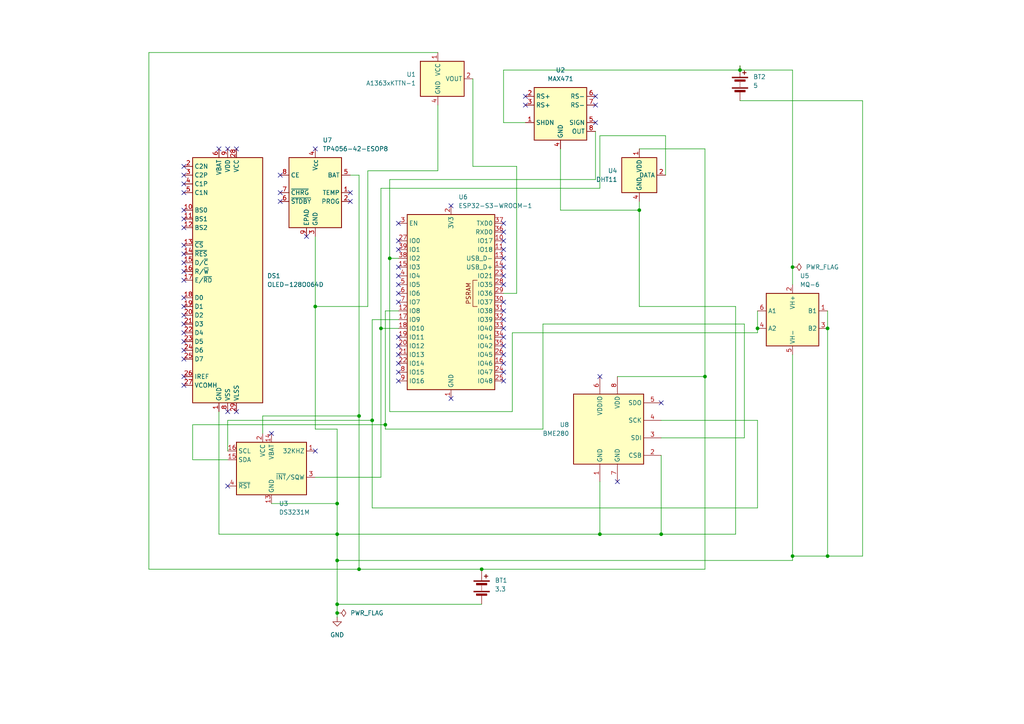
<source format=kicad_sch>
(kicad_sch
	(version 20250114)
	(generator "eeschema")
	(generator_version "9.0")
	(uuid "eaf21579-e022-4bf9-95bc-a31490baa09f")
	(paper "A4")
	(lib_symbols
		(symbol "Amplifier_Current:MAX471"
			(exclude_from_sim no)
			(in_bom yes)
			(on_board yes)
			(property "Reference" "U"
				(at -7.62 8.89 0)
				(effects
					(font
						(size 1.27 1.27)
					)
					(justify left)
				)
			)
			(property "Value" "MAX471"
				(at 0 8.89 0)
				(effects
					(font
						(size 1.27 1.27)
					)
					(justify left)
				)
			)
			(property "Footprint" ""
				(at 0 0 0)
				(effects
					(font
						(size 1.27 1.27)
					)
					(hide yes)
				)
			)
			(property "Datasheet" "http://pdfserv.maximintegrated.com/en/ds/MAX471-MAX472.pdf"
				(at 0 0 0)
				(effects
					(font
						(size 1.27 1.27)
					)
					(hide yes)
				)
			)
			(property "Description" "Precision, High-Side, Current-Sense Amplifiers, DIP-8/SOIC-8"
				(at 0 0 0)
				(effects
					(font
						(size 1.27 1.27)
					)
					(hide yes)
				)
			)
			(property "ki_keywords" "current sense amplifier"
				(at 0 0 0)
				(effects
					(font
						(size 1.27 1.27)
					)
					(hide yes)
				)
			)
			(property "ki_fp_filters" "SOIC*3.9x4.9mm*P1.27mm* DIP*W7.62mm*"
				(at 0 0 0)
				(effects
					(font
						(size 1.27 1.27)
					)
					(hide yes)
				)
			)
			(symbol "MAX471_0_1"
				(rectangle
					(start -7.62 7.62)
					(end 7.62 -7.62)
					(stroke
						(width 0.254)
						(type default)
					)
					(fill
						(type background)
					)
				)
			)
			(symbol "MAX471_1_1"
				(pin input line
					(at -10.16 5.08 0)
					(length 2.54)
					(name "RS+"
						(effects
							(font
								(size 1.27 1.27)
							)
						)
					)
					(number "2"
						(effects
							(font
								(size 1.27 1.27)
							)
						)
					)
				)
				(pin input line
					(at -10.16 2.54 0)
					(length 2.54)
					(name "RS+"
						(effects
							(font
								(size 1.27 1.27)
							)
						)
					)
					(number "3"
						(effects
							(font
								(size 1.27 1.27)
							)
						)
					)
				)
				(pin input line
					(at -10.16 -2.54 0)
					(length 2.54)
					(name "SHDN"
						(effects
							(font
								(size 1.27 1.27)
							)
						)
					)
					(number "1"
						(effects
							(font
								(size 1.27 1.27)
							)
						)
					)
				)
				(pin power_in line
					(at 0 -10.16 90)
					(length 2.54)
					(name "GND"
						(effects
							(font
								(size 1.27 1.27)
							)
						)
					)
					(number "4"
						(effects
							(font
								(size 1.27 1.27)
							)
						)
					)
				)
				(pin input line
					(at 10.16 5.08 180)
					(length 2.54)
					(name "RS-"
						(effects
							(font
								(size 1.27 1.27)
							)
						)
					)
					(number "6"
						(effects
							(font
								(size 1.27 1.27)
							)
						)
					)
				)
				(pin input line
					(at 10.16 2.54 180)
					(length 2.54)
					(name "RS-"
						(effects
							(font
								(size 1.27 1.27)
							)
						)
					)
					(number "7"
						(effects
							(font
								(size 1.27 1.27)
							)
						)
					)
				)
				(pin open_collector line
					(at 10.16 -2.54 180)
					(length 2.54)
					(name "SIGN"
						(effects
							(font
								(size 1.27 1.27)
							)
						)
					)
					(number "5"
						(effects
							(font
								(size 1.27 1.27)
							)
						)
					)
				)
				(pin output line
					(at 10.16 -5.08 180)
					(length 2.54)
					(name "OUT"
						(effects
							(font
								(size 1.27 1.27)
							)
						)
					)
					(number "8"
						(effects
							(font
								(size 1.27 1.27)
							)
						)
					)
				)
			)
			(embedded_fonts no)
		)
		(symbol "Battery_Management:TP4056-42-ESOP8"
			(exclude_from_sim no)
			(in_bom yes)
			(on_board yes)
			(property "Reference" "U"
				(at -6.604 11.684 0)
				(effects
					(font
						(size 1.27 1.27)
					)
				)
			)
			(property "Value" "TP4056-42-ESOP8"
				(at 10.16 11.684 0)
				(effects
					(font
						(size 1.27 1.27)
					)
				)
			)
			(property "Footprint" "Package_SO:SOIC-8-1EP_3.9x4.9mm_P1.27mm_EP2.41x3.3mm_ThermalVias"
				(at 0.508 -22.86 0)
				(effects
					(font
						(size 1.27 1.27)
					)
					(hide yes)
				)
			)
			(property "Datasheet" "https://www.lcsc.com/datasheet/lcsc_datasheet_2410121619_TOPPOWER-Nanjing-Extension-Microelectronics-TP4056-42-ESOP8_C16581.pdf"
				(at 0 -25.4 0)
				(effects
					(font
						(size 1.27 1.27)
					)
					(hide yes)
				)
			)
			(property "Description" "1A Standalone Linear Li-ion/LiPo single-cell battery charger, 4.2V ±1% charge voltage, VCC = 4.0..8.0V, SOIC-8 (SOP-8)"
				(at 0.508 -20.32 0)
				(effects
					(font
						(size 1.27 1.27)
					)
					(hide yes)
				)
			)
			(property "ki_keywords" "lithium-ion lithium-polymer Li-Poly"
				(at 0 0 0)
				(effects
					(font
						(size 1.27 1.27)
					)
					(hide yes)
				)
			)
			(property "ki_fp_filters" "*SO*3.9x4.*P1.27mm*EP2.4*x3.3*mm*"
				(at 0 0 0)
				(effects
					(font
						(size 1.27 1.27)
					)
					(hide yes)
				)
			)
			(symbol "TP4056-42-ESOP8_1_0"
				(pin input line
					(at -10.16 5.08 0)
					(length 2.54)
					(name "CE"
						(effects
							(font
								(size 1.27 1.27)
							)
						)
					)
					(number "8"
						(effects
							(font
								(size 1.27 1.27)
							)
						)
					)
				)
				(pin open_collector line
					(at -10.16 0 0)
					(length 2.54)
					(name "~{CHRG}"
						(effects
							(font
								(size 1.27 1.27)
							)
						)
					)
					(number "7"
						(effects
							(font
								(size 1.27 1.27)
							)
						)
					)
				)
				(pin open_collector line
					(at -10.16 -2.54 0)
					(length 2.54)
					(name "~{STDBY}"
						(effects
							(font
								(size 1.27 1.27)
							)
						)
					)
					(number "6"
						(effects
							(font
								(size 1.27 1.27)
							)
						)
					)
				)
				(pin passive line
					(at -2.54 -12.7 90)
					(length 2.54)
					(name "EPAD"
						(effects
							(font
								(size 1.27 1.27)
							)
						)
					)
					(number "9"
						(effects
							(font
								(size 1.27 1.27)
							)
						)
					)
				)
				(pin power_in line
					(at 0 12.7 270)
					(length 2.54)
					(name "V_{CC}"
						(effects
							(font
								(size 1.27 1.27)
							)
						)
					)
					(number "4"
						(effects
							(font
								(size 1.27 1.27)
							)
						)
					)
				)
				(pin power_in line
					(at 0 -12.7 90)
					(length 2.54)
					(name "GND"
						(effects
							(font
								(size 1.27 1.27)
							)
						)
					)
					(number "3"
						(effects
							(font
								(size 1.27 1.27)
							)
						)
					)
				)
				(pin power_out line
					(at 10.16 5.08 180)
					(length 2.54)
					(name "BAT"
						(effects
							(font
								(size 1.27 1.27)
							)
						)
					)
					(number "5"
						(effects
							(font
								(size 1.27 1.27)
							)
						)
					)
				)
				(pin input line
					(at 10.16 0 180)
					(length 2.54)
					(name "TEMP"
						(effects
							(font
								(size 1.27 1.27)
							)
						)
					)
					(number "1"
						(effects
							(font
								(size 1.27 1.27)
							)
						)
					)
				)
				(pin passive line
					(at 10.16 -2.54 180)
					(length 2.54)
					(name "PROG"
						(effects
							(font
								(size 1.27 1.27)
							)
						)
					)
					(number "2"
						(effects
							(font
								(size 1.27 1.27)
							)
						)
					)
				)
			)
			(symbol "TP4056-42-ESOP8_1_1"
				(rectangle
					(start -7.62 10.16)
					(end 7.62 -10.16)
					(stroke
						(width 0.254)
						(type default)
					)
					(fill
						(type background)
					)
				)
			)
			(embedded_fonts no)
		)
		(symbol "Device:Battery"
			(pin_numbers
				(hide yes)
			)
			(pin_names
				(offset 0)
				(hide yes)
			)
			(exclude_from_sim no)
			(in_bom yes)
			(on_board yes)
			(property "Reference" "BT"
				(at 2.54 2.54 0)
				(effects
					(font
						(size 1.27 1.27)
					)
					(justify left)
				)
			)
			(property "Value" "Battery"
				(at 2.54 0 0)
				(effects
					(font
						(size 1.27 1.27)
					)
					(justify left)
				)
			)
			(property "Footprint" ""
				(at 0 1.524 90)
				(effects
					(font
						(size 1.27 1.27)
					)
					(hide yes)
				)
			)
			(property "Datasheet" "~"
				(at 0 1.524 90)
				(effects
					(font
						(size 1.27 1.27)
					)
					(hide yes)
				)
			)
			(property "Description" "Multiple-cell battery"
				(at 0 0 0)
				(effects
					(font
						(size 1.27 1.27)
					)
					(hide yes)
				)
			)
			(property "ki_keywords" "batt voltage-source cell"
				(at 0 0 0)
				(effects
					(font
						(size 1.27 1.27)
					)
					(hide yes)
				)
			)
			(symbol "Battery_0_1"
				(rectangle
					(start -2.286 1.778)
					(end 2.286 1.524)
					(stroke
						(width 0)
						(type default)
					)
					(fill
						(type outline)
					)
				)
				(rectangle
					(start -2.286 -1.27)
					(end 2.286 -1.524)
					(stroke
						(width 0)
						(type default)
					)
					(fill
						(type outline)
					)
				)
				(rectangle
					(start -1.524 1.016)
					(end 1.524 0.508)
					(stroke
						(width 0)
						(type default)
					)
					(fill
						(type outline)
					)
				)
				(rectangle
					(start -1.524 -2.032)
					(end 1.524 -2.54)
					(stroke
						(width 0)
						(type default)
					)
					(fill
						(type outline)
					)
				)
				(polyline
					(pts
						(xy 0 1.778) (xy 0 2.54)
					)
					(stroke
						(width 0)
						(type default)
					)
					(fill
						(type none)
					)
				)
				(polyline
					(pts
						(xy 0 0) (xy 0 0.254)
					)
					(stroke
						(width 0)
						(type default)
					)
					(fill
						(type none)
					)
				)
				(polyline
					(pts
						(xy 0 -0.508) (xy 0 -0.254)
					)
					(stroke
						(width 0)
						(type default)
					)
					(fill
						(type none)
					)
				)
				(polyline
					(pts
						(xy 0 -1.016) (xy 0 -0.762)
					)
					(stroke
						(width 0)
						(type default)
					)
					(fill
						(type none)
					)
				)
				(polyline
					(pts
						(xy 0.762 3.048) (xy 1.778 3.048)
					)
					(stroke
						(width 0.254)
						(type default)
					)
					(fill
						(type none)
					)
				)
				(polyline
					(pts
						(xy 1.27 3.556) (xy 1.27 2.54)
					)
					(stroke
						(width 0.254)
						(type default)
					)
					(fill
						(type none)
					)
				)
			)
			(symbol "Battery_1_1"
				(pin passive line
					(at 0 5.08 270)
					(length 2.54)
					(name "+"
						(effects
							(font
								(size 1.27 1.27)
							)
						)
					)
					(number "1"
						(effects
							(font
								(size 1.27 1.27)
							)
						)
					)
				)
				(pin passive line
					(at 0 -5.08 90)
					(length 2.54)
					(name "-"
						(effects
							(font
								(size 1.27 1.27)
							)
						)
					)
					(number "2"
						(effects
							(font
								(size 1.27 1.27)
							)
						)
					)
				)
			)
			(embedded_fonts no)
		)
		(symbol "Display_Graphic:OLED-128O064D"
			(exclude_from_sim no)
			(in_bom yes)
			(on_board yes)
			(property "Reference" "DS"
				(at -10.16 38.1 0)
				(effects
					(font
						(size 1.27 1.27)
					)
				)
			)
			(property "Value" "OLED-128O064D"
				(at 12.7 38.1 0)
				(effects
					(font
						(size 1.27 1.27)
					)
				)
			)
			(property "Footprint" "Display:OLED-128O064D"
				(at 0 0 0)
				(effects
					(font
						(size 1.27 1.27)
					)
					(hide yes)
				)
			)
			(property "Datasheet" "https://www.vishay.com/docs/37902/oled128o064dbpp3n00000.pdf"
				(at 0 20.32 0)
				(effects
					(font
						(size 1.27 1.27)
					)
					(hide yes)
				)
			)
			(property "Description" "OLED display 128x64"
				(at 0 0 0)
				(effects
					(font
						(size 1.27 1.27)
					)
					(hide yes)
				)
			)
			(property "ki_keywords" "display oled"
				(at 0 0 0)
				(effects
					(font
						(size 1.27 1.27)
					)
					(hide yes)
				)
			)
			(property "ki_fp_filters" "OLED?128O064D*"
				(at 0 0 0)
				(effects
					(font
						(size 1.27 1.27)
					)
					(hide yes)
				)
			)
			(symbol "OLED-128O064D_0_1"
				(rectangle
					(start -10.16 35.56)
					(end 10.16 -35.56)
					(stroke
						(width 0.254)
						(type default)
					)
					(fill
						(type background)
					)
				)
			)
			(symbol "OLED-128O064D_1_1"
				(pin passive line
					(at -12.7 33.02 0)
					(length 2.54)
					(name "C2N"
						(effects
							(font
								(size 1.27 1.27)
							)
						)
					)
					(number "2"
						(effects
							(font
								(size 1.27 1.27)
							)
						)
					)
				)
				(pin passive line
					(at -12.7 30.48 0)
					(length 2.54)
					(name "C2P"
						(effects
							(font
								(size 1.27 1.27)
							)
						)
					)
					(number "3"
						(effects
							(font
								(size 1.27 1.27)
							)
						)
					)
				)
				(pin passive line
					(at -12.7 27.94 0)
					(length 2.54)
					(name "C1P"
						(effects
							(font
								(size 1.27 1.27)
							)
						)
					)
					(number "4"
						(effects
							(font
								(size 1.27 1.27)
							)
						)
					)
				)
				(pin passive line
					(at -12.7 25.4 0)
					(length 2.54)
					(name "C1N"
						(effects
							(font
								(size 1.27 1.27)
							)
						)
					)
					(number "5"
						(effects
							(font
								(size 1.27 1.27)
							)
						)
					)
				)
				(pin input line
					(at -12.7 20.32 0)
					(length 2.54)
					(name "BS0"
						(effects
							(font
								(size 1.27 1.27)
							)
						)
					)
					(number "10"
						(effects
							(font
								(size 1.27 1.27)
							)
						)
					)
				)
				(pin input line
					(at -12.7 17.78 0)
					(length 2.54)
					(name "BS1"
						(effects
							(font
								(size 1.27 1.27)
							)
						)
					)
					(number "11"
						(effects
							(font
								(size 1.27 1.27)
							)
						)
					)
				)
				(pin input line
					(at -12.7 15.24 0)
					(length 2.54)
					(name "BS2"
						(effects
							(font
								(size 1.27 1.27)
							)
						)
					)
					(number "12"
						(effects
							(font
								(size 1.27 1.27)
							)
						)
					)
				)
				(pin input line
					(at -12.7 10.16 0)
					(length 2.54)
					(name "~{CS}"
						(effects
							(font
								(size 1.27 1.27)
							)
						)
					)
					(number "13"
						(effects
							(font
								(size 1.27 1.27)
							)
						)
					)
				)
				(pin input line
					(at -12.7 7.62 0)
					(length 2.54)
					(name "~{RES}"
						(effects
							(font
								(size 1.27 1.27)
							)
						)
					)
					(number "14"
						(effects
							(font
								(size 1.27 1.27)
							)
						)
					)
				)
				(pin input line
					(at -12.7 5.08 0)
					(length 2.54)
					(name "D/~{C}"
						(effects
							(font
								(size 1.27 1.27)
							)
						)
					)
					(number "15"
						(effects
							(font
								(size 1.27 1.27)
							)
						)
					)
				)
				(pin input line
					(at -12.7 2.54 0)
					(length 2.54)
					(name "R/~{W}"
						(effects
							(font
								(size 1.27 1.27)
							)
						)
					)
					(number "16"
						(effects
							(font
								(size 1.27 1.27)
							)
						)
					)
				)
				(pin input line
					(at -12.7 0 0)
					(length 2.54)
					(name "E/~{RD}"
						(effects
							(font
								(size 1.27 1.27)
							)
						)
					)
					(number "17"
						(effects
							(font
								(size 1.27 1.27)
							)
						)
					)
				)
				(pin bidirectional line
					(at -12.7 -5.08 0)
					(length 2.54)
					(name "D0"
						(effects
							(font
								(size 1.27 1.27)
							)
						)
					)
					(number "18"
						(effects
							(font
								(size 1.27 1.27)
							)
						)
					)
				)
				(pin bidirectional line
					(at -12.7 -7.62 0)
					(length 2.54)
					(name "D1"
						(effects
							(font
								(size 1.27 1.27)
							)
						)
					)
					(number "19"
						(effects
							(font
								(size 1.27 1.27)
							)
						)
					)
				)
				(pin bidirectional line
					(at -12.7 -10.16 0)
					(length 2.54)
					(name "D2"
						(effects
							(font
								(size 1.27 1.27)
							)
						)
					)
					(number "20"
						(effects
							(font
								(size 1.27 1.27)
							)
						)
					)
				)
				(pin bidirectional line
					(at -12.7 -12.7 0)
					(length 2.54)
					(name "D3"
						(effects
							(font
								(size 1.27 1.27)
							)
						)
					)
					(number "21"
						(effects
							(font
								(size 1.27 1.27)
							)
						)
					)
				)
				(pin bidirectional line
					(at -12.7 -15.24 0)
					(length 2.54)
					(name "D4"
						(effects
							(font
								(size 1.27 1.27)
							)
						)
					)
					(number "22"
						(effects
							(font
								(size 1.27 1.27)
							)
						)
					)
				)
				(pin bidirectional line
					(at -12.7 -17.78 0)
					(length 2.54)
					(name "D5"
						(effects
							(font
								(size 1.27 1.27)
							)
						)
					)
					(number "23"
						(effects
							(font
								(size 1.27 1.27)
							)
						)
					)
				)
				(pin bidirectional line
					(at -12.7 -20.32 0)
					(length 2.54)
					(name "D6"
						(effects
							(font
								(size 1.27 1.27)
							)
						)
					)
					(number "24"
						(effects
							(font
								(size 1.27 1.27)
							)
						)
					)
				)
				(pin bidirectional line
					(at -12.7 -22.86 0)
					(length 2.54)
					(name "D7"
						(effects
							(font
								(size 1.27 1.27)
							)
						)
					)
					(number "25"
						(effects
							(font
								(size 1.27 1.27)
							)
						)
					)
				)
				(pin passive line
					(at -12.7 -27.94 0)
					(length 2.54)
					(name "IREF"
						(effects
							(font
								(size 1.27 1.27)
							)
						)
					)
					(number "26"
						(effects
							(font
								(size 1.27 1.27)
							)
						)
					)
				)
				(pin passive line
					(at -12.7 -30.48 0)
					(length 2.54)
					(name "VCOMH"
						(effects
							(font
								(size 1.27 1.27)
							)
						)
					)
					(number "27"
						(effects
							(font
								(size 1.27 1.27)
							)
						)
					)
				)
				(pin power_in line
					(at -2.54 38.1 270)
					(length 2.54)
					(name "VBAT"
						(effects
							(font
								(size 1.27 1.27)
							)
						)
					)
					(number "6"
						(effects
							(font
								(size 1.27 1.27)
							)
						)
					)
				)
				(pin power_in line
					(at -2.54 -38.1 90)
					(length 2.54)
					(name "GND"
						(effects
							(font
								(size 1.27 1.27)
							)
						)
					)
					(number "1"
						(effects
							(font
								(size 1.27 1.27)
							)
						)
					)
				)
				(pin passive line
					(at -2.54 -38.1 90)
					(length 2.54)
					(hide yes)
					(name "GND"
						(effects
							(font
								(size 1.27 1.27)
							)
						)
					)
					(number "30"
						(effects
							(font
								(size 1.27 1.27)
							)
						)
					)
				)
				(pin power_in line
					(at 0 38.1 270)
					(length 2.54)
					(name "VDD"
						(effects
							(font
								(size 1.27 1.27)
							)
						)
					)
					(number "9"
						(effects
							(font
								(size 1.27 1.27)
							)
						)
					)
				)
				(pin power_in line
					(at 0 -38.1 90)
					(length 2.54)
					(name "VSS"
						(effects
							(font
								(size 1.27 1.27)
							)
						)
					)
					(number "8"
						(effects
							(font
								(size 1.27 1.27)
							)
						)
					)
				)
				(pin power_in line
					(at 2.54 38.1 270)
					(length 2.54)
					(name "VCC"
						(effects
							(font
								(size 1.27 1.27)
							)
						)
					)
					(number "28"
						(effects
							(font
								(size 1.27 1.27)
							)
						)
					)
				)
				(pin power_in line
					(at 2.54 -38.1 90)
					(length 2.54)
					(name "VLSS"
						(effects
							(font
								(size 1.27 1.27)
							)
						)
					)
					(number "29"
						(effects
							(font
								(size 1.27 1.27)
							)
						)
					)
				)
				(pin no_connect line
					(at 10.16 0 180)
					(length 2.54)
					(hide yes)
					(name "NC"
						(effects
							(font
								(size 1.27 1.27)
							)
						)
					)
					(number "7"
						(effects
							(font
								(size 1.27 1.27)
							)
						)
					)
				)
			)
			(embedded_fonts no)
		)
		(symbol "RF_Module:ESP32-S3-WROOM-1"
			(exclude_from_sim no)
			(in_bom yes)
			(on_board yes)
			(property "Reference" "U"
				(at -12.7 26.67 0)
				(effects
					(font
						(size 1.27 1.27)
					)
				)
			)
			(property "Value" "ESP32-S3-WROOM-1"
				(at 12.7 26.67 0)
				(effects
					(font
						(size 1.27 1.27)
					)
				)
			)
			(property "Footprint" "RF_Module:ESP32-S3-WROOM-1"
				(at 0 2.54 0)
				(effects
					(font
						(size 1.27 1.27)
					)
					(hide yes)
				)
			)
			(property "Datasheet" "https://www.espressif.com/sites/default/files/documentation/esp32-s3-wroom-1_wroom-1u_datasheet_en.pdf"
				(at 0 0 0)
				(effects
					(font
						(size 1.27 1.27)
					)
					(hide yes)
				)
			)
			(property "Description" "RF Module, ESP32-S3 SoC, Wi-Fi 802.11b/g/n, Bluetooth, BLE, 32-bit, 3.3V, onboard antenna, SMD"
				(at 0 0 0)
				(effects
					(font
						(size 1.27 1.27)
					)
					(hide yes)
				)
			)
			(property "ki_keywords" "RF Radio BT ESP ESP32-S3 Espressif onboard PCB antenna"
				(at 0 0 0)
				(effects
					(font
						(size 1.27 1.27)
					)
					(hide yes)
				)
			)
			(property "ki_fp_filters" "ESP32?S3?WROOM?1*"
				(at 0 0 0)
				(effects
					(font
						(size 1.27 1.27)
					)
					(hide yes)
				)
			)
			(symbol "ESP32-S3-WROOM-1_0_0"
				(rectangle
					(start -12.7 25.4)
					(end 12.7 -25.4)
					(stroke
						(width 0.254)
						(type default)
					)
					(fill
						(type background)
					)
				)
				(text "PSRAM"
					(at 5.08 2.54 900)
					(effects
						(font
							(size 1.27 1.27)
						)
					)
				)
			)
			(symbol "ESP32-S3-WROOM-1_0_1"
				(polyline
					(pts
						(xy 7.62 -1.27) (xy 6.35 -1.27) (xy 6.35 6.35) (xy 7.62 6.35)
					)
					(stroke
						(width 0)
						(type default)
					)
					(fill
						(type none)
					)
				)
			)
			(symbol "ESP32-S3-WROOM-1_1_1"
				(pin input line
					(at -15.24 22.86 0)
					(length 2.54)
					(name "EN"
						(effects
							(font
								(size 1.27 1.27)
							)
						)
					)
					(number "3"
						(effects
							(font
								(size 1.27 1.27)
							)
						)
					)
				)
				(pin bidirectional line
					(at -15.24 17.78 0)
					(length 2.54)
					(name "IO0"
						(effects
							(font
								(size 1.27 1.27)
							)
						)
					)
					(number "27"
						(effects
							(font
								(size 1.27 1.27)
							)
						)
					)
				)
				(pin bidirectional line
					(at -15.24 15.24 0)
					(length 2.54)
					(name "IO1"
						(effects
							(font
								(size 1.27 1.27)
							)
						)
					)
					(number "39"
						(effects
							(font
								(size 1.27 1.27)
							)
						)
					)
				)
				(pin bidirectional line
					(at -15.24 12.7 0)
					(length 2.54)
					(name "IO2"
						(effects
							(font
								(size 1.27 1.27)
							)
						)
					)
					(number "38"
						(effects
							(font
								(size 1.27 1.27)
							)
						)
					)
				)
				(pin bidirectional line
					(at -15.24 10.16 0)
					(length 2.54)
					(name "IO3"
						(effects
							(font
								(size 1.27 1.27)
							)
						)
					)
					(number "15"
						(effects
							(font
								(size 1.27 1.27)
							)
						)
					)
				)
				(pin bidirectional line
					(at -15.24 7.62 0)
					(length 2.54)
					(name "IO4"
						(effects
							(font
								(size 1.27 1.27)
							)
						)
					)
					(number "4"
						(effects
							(font
								(size 1.27 1.27)
							)
						)
					)
				)
				(pin bidirectional line
					(at -15.24 5.08 0)
					(length 2.54)
					(name "IO5"
						(effects
							(font
								(size 1.27 1.27)
							)
						)
					)
					(number "5"
						(effects
							(font
								(size 1.27 1.27)
							)
						)
					)
				)
				(pin bidirectional line
					(at -15.24 2.54 0)
					(length 2.54)
					(name "IO6"
						(effects
							(font
								(size 1.27 1.27)
							)
						)
					)
					(number "6"
						(effects
							(font
								(size 1.27 1.27)
							)
						)
					)
				)
				(pin bidirectional line
					(at -15.24 0 0)
					(length 2.54)
					(name "IO7"
						(effects
							(font
								(size 1.27 1.27)
							)
						)
					)
					(number "7"
						(effects
							(font
								(size 1.27 1.27)
							)
						)
					)
				)
				(pin bidirectional line
					(at -15.24 -2.54 0)
					(length 2.54)
					(name "IO8"
						(effects
							(font
								(size 1.27 1.27)
							)
						)
					)
					(number "12"
						(effects
							(font
								(size 1.27 1.27)
							)
						)
					)
				)
				(pin bidirectional line
					(at -15.24 -5.08 0)
					(length 2.54)
					(name "IO9"
						(effects
							(font
								(size 1.27 1.27)
							)
						)
					)
					(number "17"
						(effects
							(font
								(size 1.27 1.27)
							)
						)
					)
				)
				(pin bidirectional line
					(at -15.24 -7.62 0)
					(length 2.54)
					(name "IO10"
						(effects
							(font
								(size 1.27 1.27)
							)
						)
					)
					(number "18"
						(effects
							(font
								(size 1.27 1.27)
							)
						)
					)
				)
				(pin bidirectional line
					(at -15.24 -10.16 0)
					(length 2.54)
					(name "IO11"
						(effects
							(font
								(size 1.27 1.27)
							)
						)
					)
					(number "19"
						(effects
							(font
								(size 1.27 1.27)
							)
						)
					)
				)
				(pin bidirectional line
					(at -15.24 -12.7 0)
					(length 2.54)
					(name "IO12"
						(effects
							(font
								(size 1.27 1.27)
							)
						)
					)
					(number "20"
						(effects
							(font
								(size 1.27 1.27)
							)
						)
					)
				)
				(pin bidirectional line
					(at -15.24 -15.24 0)
					(length 2.54)
					(name "IO13"
						(effects
							(font
								(size 1.27 1.27)
							)
						)
					)
					(number "21"
						(effects
							(font
								(size 1.27 1.27)
							)
						)
					)
				)
				(pin bidirectional line
					(at -15.24 -17.78 0)
					(length 2.54)
					(name "IO14"
						(effects
							(font
								(size 1.27 1.27)
							)
						)
					)
					(number "22"
						(effects
							(font
								(size 1.27 1.27)
							)
						)
					)
				)
				(pin bidirectional line
					(at -15.24 -20.32 0)
					(length 2.54)
					(name "IO15"
						(effects
							(font
								(size 1.27 1.27)
							)
						)
					)
					(number "8"
						(effects
							(font
								(size 1.27 1.27)
							)
						)
					)
				)
				(pin bidirectional line
					(at -15.24 -22.86 0)
					(length 2.54)
					(name "IO16"
						(effects
							(font
								(size 1.27 1.27)
							)
						)
					)
					(number "9"
						(effects
							(font
								(size 1.27 1.27)
							)
						)
					)
				)
				(pin power_in line
					(at 0 27.94 270)
					(length 2.54)
					(name "3V3"
						(effects
							(font
								(size 1.27 1.27)
							)
						)
					)
					(number "2"
						(effects
							(font
								(size 1.27 1.27)
							)
						)
					)
				)
				(pin power_in line
					(at 0 -27.94 90)
					(length 2.54)
					(name "GND"
						(effects
							(font
								(size 1.27 1.27)
							)
						)
					)
					(number "1"
						(effects
							(font
								(size 1.27 1.27)
							)
						)
					)
				)
				(pin passive line
					(at 0 -27.94 90)
					(length 2.54)
					(hide yes)
					(name "GND"
						(effects
							(font
								(size 1.27 1.27)
							)
						)
					)
					(number "40"
						(effects
							(font
								(size 1.27 1.27)
							)
						)
					)
				)
				(pin passive line
					(at 0 -27.94 90)
					(length 2.54)
					(hide yes)
					(name "GND"
						(effects
							(font
								(size 1.27 1.27)
							)
						)
					)
					(number "41"
						(effects
							(font
								(size 1.27 1.27)
							)
						)
					)
				)
				(pin bidirectional line
					(at 15.24 22.86 180)
					(length 2.54)
					(name "TXD0"
						(effects
							(font
								(size 1.27 1.27)
							)
						)
					)
					(number "37"
						(effects
							(font
								(size 1.27 1.27)
							)
						)
					)
				)
				(pin bidirectional line
					(at 15.24 20.32 180)
					(length 2.54)
					(name "RXD0"
						(effects
							(font
								(size 1.27 1.27)
							)
						)
					)
					(number "36"
						(effects
							(font
								(size 1.27 1.27)
							)
						)
					)
				)
				(pin bidirectional line
					(at 15.24 17.78 180)
					(length 2.54)
					(name "IO17"
						(effects
							(font
								(size 1.27 1.27)
							)
						)
					)
					(number "10"
						(effects
							(font
								(size 1.27 1.27)
							)
						)
					)
				)
				(pin bidirectional line
					(at 15.24 15.24 180)
					(length 2.54)
					(name "IO18"
						(effects
							(font
								(size 1.27 1.27)
							)
						)
					)
					(number "11"
						(effects
							(font
								(size 1.27 1.27)
							)
						)
					)
				)
				(pin bidirectional line
					(at 15.24 12.7 180)
					(length 2.54)
					(name "USB_D-"
						(effects
							(font
								(size 1.27 1.27)
							)
						)
					)
					(number "13"
						(effects
							(font
								(size 1.27 1.27)
							)
						)
					)
					(alternate "IO19" bidirectional line)
				)
				(pin bidirectional line
					(at 15.24 10.16 180)
					(length 2.54)
					(name "USB_D+"
						(effects
							(font
								(size 1.27 1.27)
							)
						)
					)
					(number "14"
						(effects
							(font
								(size 1.27 1.27)
							)
						)
					)
					(alternate "IO20" bidirectional line)
				)
				(pin bidirectional line
					(at 15.24 7.62 180)
					(length 2.54)
					(name "IO21"
						(effects
							(font
								(size 1.27 1.27)
							)
						)
					)
					(number "23"
						(effects
							(font
								(size 1.27 1.27)
							)
						)
					)
				)
				(pin bidirectional line
					(at 15.24 5.08 180)
					(length 2.54)
					(name "IO35"
						(effects
							(font
								(size 1.27 1.27)
							)
						)
					)
					(number "28"
						(effects
							(font
								(size 1.27 1.27)
							)
						)
					)
				)
				(pin bidirectional line
					(at 15.24 2.54 180)
					(length 2.54)
					(name "IO36"
						(effects
							(font
								(size 1.27 1.27)
							)
						)
					)
					(number "29"
						(effects
							(font
								(size 1.27 1.27)
							)
						)
					)
				)
				(pin bidirectional line
					(at 15.24 0 180)
					(length 2.54)
					(name "IO37"
						(effects
							(font
								(size 1.27 1.27)
							)
						)
					)
					(number "30"
						(effects
							(font
								(size 1.27 1.27)
							)
						)
					)
				)
				(pin bidirectional line
					(at 15.24 -2.54 180)
					(length 2.54)
					(name "IO38"
						(effects
							(font
								(size 1.27 1.27)
							)
						)
					)
					(number "31"
						(effects
							(font
								(size 1.27 1.27)
							)
						)
					)
				)
				(pin bidirectional line
					(at 15.24 -5.08 180)
					(length 2.54)
					(name "IO39"
						(effects
							(font
								(size 1.27 1.27)
							)
						)
					)
					(number "32"
						(effects
							(font
								(size 1.27 1.27)
							)
						)
					)
				)
				(pin bidirectional line
					(at 15.24 -7.62 180)
					(length 2.54)
					(name "IO40"
						(effects
							(font
								(size 1.27 1.27)
							)
						)
					)
					(number "33"
						(effects
							(font
								(size 1.27 1.27)
							)
						)
					)
				)
				(pin bidirectional line
					(at 15.24 -10.16 180)
					(length 2.54)
					(name "IO41"
						(effects
							(font
								(size 1.27 1.27)
							)
						)
					)
					(number "34"
						(effects
							(font
								(size 1.27 1.27)
							)
						)
					)
				)
				(pin bidirectional line
					(at 15.24 -12.7 180)
					(length 2.54)
					(name "IO42"
						(effects
							(font
								(size 1.27 1.27)
							)
						)
					)
					(number "35"
						(effects
							(font
								(size 1.27 1.27)
							)
						)
					)
				)
				(pin bidirectional line
					(at 15.24 -15.24 180)
					(length 2.54)
					(name "IO45"
						(effects
							(font
								(size 1.27 1.27)
							)
						)
					)
					(number "26"
						(effects
							(font
								(size 1.27 1.27)
							)
						)
					)
				)
				(pin bidirectional line
					(at 15.24 -17.78 180)
					(length 2.54)
					(name "IO46"
						(effects
							(font
								(size 1.27 1.27)
							)
						)
					)
					(number "16"
						(effects
							(font
								(size 1.27 1.27)
							)
						)
					)
				)
				(pin bidirectional line
					(at 15.24 -20.32 180)
					(length 2.54)
					(name "IO47"
						(effects
							(font
								(size 1.27 1.27)
							)
						)
					)
					(number "24"
						(effects
							(font
								(size 1.27 1.27)
							)
						)
					)
				)
				(pin bidirectional line
					(at 15.24 -22.86 180)
					(length 2.54)
					(name "IO48"
						(effects
							(font
								(size 1.27 1.27)
							)
						)
					)
					(number "25"
						(effects
							(font
								(size 1.27 1.27)
							)
						)
					)
				)
			)
			(embedded_fonts no)
		)
		(symbol "Sensor:BME280"
			(exclude_from_sim no)
			(in_bom yes)
			(on_board yes)
			(property "Reference" "U"
				(at -8.89 11.43 0)
				(effects
					(font
						(size 1.27 1.27)
					)
				)
			)
			(property "Value" "BME280"
				(at 7.62 11.43 0)
				(effects
					(font
						(size 1.27 1.27)
					)
				)
			)
			(property "Footprint" "Package_LGA:Bosch_LGA-8_2.5x2.5mm_P0.65mm_ClockwisePinNumbering"
				(at 38.1 -11.43 0)
				(effects
					(font
						(size 1.27 1.27)
					)
					(hide yes)
				)
			)
			(property "Datasheet" "https://www.bosch-sensortec.com/media/boschsensortec/downloads/datasheets/bst-bme280-ds002.pdf"
				(at 0 -5.08 0)
				(effects
					(font
						(size 1.27 1.27)
					)
					(hide yes)
				)
			)
			(property "Description" "3-in-1 sensor, humidity, pressure, temperature, I2C and SPI interface, 1.71-3.6V, LGA-8"
				(at 0 0 0)
				(effects
					(font
						(size 1.27 1.27)
					)
					(hide yes)
				)
			)
			(property "ki_keywords" "Bosch pressure humidity temperature environment environmental measurement digital"
				(at 0 0 0)
				(effects
					(font
						(size 1.27 1.27)
					)
					(hide yes)
				)
			)
			(property "ki_fp_filters" "*LGA*2.5x2.5mm*P0.65mm*Clockwise*"
				(at 0 0 0)
				(effects
					(font
						(size 1.27 1.27)
					)
					(hide yes)
				)
			)
			(symbol "BME280_0_1"
				(rectangle
					(start -10.16 10.16)
					(end 10.16 -10.16)
					(stroke
						(width 0.254)
						(type default)
					)
					(fill
						(type background)
					)
				)
			)
			(symbol "BME280_1_1"
				(pin power_in line
					(at -2.54 15.24 270)
					(length 5.08)
					(name "VDDIO"
						(effects
							(font
								(size 1.27 1.27)
							)
						)
					)
					(number "6"
						(effects
							(font
								(size 1.27 1.27)
							)
						)
					)
				)
				(pin power_in line
					(at -2.54 -15.24 90)
					(length 5.08)
					(name "GND"
						(effects
							(font
								(size 1.27 1.27)
							)
						)
					)
					(number "1"
						(effects
							(font
								(size 1.27 1.27)
							)
						)
					)
				)
				(pin power_in line
					(at 2.54 15.24 270)
					(length 5.08)
					(name "VDD"
						(effects
							(font
								(size 1.27 1.27)
							)
						)
					)
					(number "8"
						(effects
							(font
								(size 1.27 1.27)
							)
						)
					)
				)
				(pin power_in line
					(at 2.54 -15.24 90)
					(length 5.08)
					(name "GND"
						(effects
							(font
								(size 1.27 1.27)
							)
						)
					)
					(number "7"
						(effects
							(font
								(size 1.27 1.27)
							)
						)
					)
				)
				(pin bidirectional line
					(at 15.24 7.62 180)
					(length 5.08)
					(name "SDO"
						(effects
							(font
								(size 1.27 1.27)
							)
						)
					)
					(number "5"
						(effects
							(font
								(size 1.27 1.27)
							)
						)
					)
				)
				(pin input line
					(at 15.24 2.54 180)
					(length 5.08)
					(name "SCK"
						(effects
							(font
								(size 1.27 1.27)
							)
						)
					)
					(number "4"
						(effects
							(font
								(size 1.27 1.27)
							)
						)
					)
				)
				(pin bidirectional line
					(at 15.24 -2.54 180)
					(length 5.08)
					(name "SDI"
						(effects
							(font
								(size 1.27 1.27)
							)
						)
					)
					(number "3"
						(effects
							(font
								(size 1.27 1.27)
							)
						)
					)
				)
				(pin input line
					(at 15.24 -7.62 180)
					(length 5.08)
					(name "CSB"
						(effects
							(font
								(size 1.27 1.27)
							)
						)
					)
					(number "2"
						(effects
							(font
								(size 1.27 1.27)
							)
						)
					)
				)
			)
			(embedded_fonts no)
		)
		(symbol "Sensor:DHT11"
			(exclude_from_sim no)
			(in_bom yes)
			(on_board yes)
			(property "Reference" "U"
				(at -3.81 6.35 0)
				(effects
					(font
						(size 1.27 1.27)
					)
				)
			)
			(property "Value" "DHT11"
				(at 3.81 6.35 0)
				(effects
					(font
						(size 1.27 1.27)
					)
				)
			)
			(property "Footprint" "Sensor:Aosong_DHT11_5.5x12.0_P2.54mm"
				(at 0 -10.16 0)
				(effects
					(font
						(size 1.27 1.27)
					)
					(hide yes)
				)
			)
			(property "Datasheet" "http://akizukidenshi.com/download/ds/aosong/DHT11.pdf"
				(at 3.81 6.35 0)
				(effects
					(font
						(size 1.27 1.27)
					)
					(hide yes)
				)
			)
			(property "Description" "3.3V to 5.5V, temperature and humidity module, DHT11"
				(at 0 0 0)
				(effects
					(font
						(size 1.27 1.27)
					)
					(hide yes)
				)
			)
			(property "ki_keywords" "digital sensor"
				(at 0 0 0)
				(effects
					(font
						(size 1.27 1.27)
					)
					(hide yes)
				)
			)
			(property "ki_fp_filters" "Aosong*DHT11*5.5x12.0*P2.54mm*"
				(at 0 0 0)
				(effects
					(font
						(size 1.27 1.27)
					)
					(hide yes)
				)
			)
			(symbol "DHT11_0_1"
				(rectangle
					(start -5.08 5.08)
					(end 5.08 -5.08)
					(stroke
						(width 0.254)
						(type default)
					)
					(fill
						(type background)
					)
				)
			)
			(symbol "DHT11_1_1"
				(pin no_connect line
					(at -5.08 0 0)
					(length 2.54)
					(hide yes)
					(name "NC"
						(effects
							(font
								(size 1.27 1.27)
							)
						)
					)
					(number "3"
						(effects
							(font
								(size 1.27 1.27)
							)
						)
					)
				)
				(pin power_in line
					(at 0 7.62 270)
					(length 2.54)
					(name "VDD"
						(effects
							(font
								(size 1.27 1.27)
							)
						)
					)
					(number "1"
						(effects
							(font
								(size 1.27 1.27)
							)
						)
					)
				)
				(pin power_in line
					(at 0 -7.62 90)
					(length 2.54)
					(name "GND"
						(effects
							(font
								(size 1.27 1.27)
							)
						)
					)
					(number "4"
						(effects
							(font
								(size 1.27 1.27)
							)
						)
					)
				)
				(pin bidirectional line
					(at 7.62 0 180)
					(length 2.54)
					(name "DATA"
						(effects
							(font
								(size 1.27 1.27)
							)
						)
					)
					(number "2"
						(effects
							(font
								(size 1.27 1.27)
							)
						)
					)
				)
			)
			(embedded_fonts no)
		)
		(symbol "Sensor_Current:A1363xKTTN-1"
			(exclude_from_sim no)
			(in_bom yes)
			(on_board yes)
			(property "Reference" "U"
				(at 8.89 6.35 0)
				(effects
					(font
						(size 1.27 1.27)
					)
					(justify left)
				)
			)
			(property "Value" "A1363xKTTN-1"
				(at 8.89 3.81 0)
				(effects
					(font
						(size 1.27 1.27)
					)
					(justify left)
				)
			)
			(property "Footprint" "Sensor_Current:Allegro_SIP-4"
				(at 8.89 -2.54 0)
				(effects
					(font
						(size 1.27 1.27)
						(italic yes)
					)
					(justify left)
					(hide yes)
				)
			)
			(property "Datasheet" "http://www.allegromicro.com/~/media/Files/Datasheets/A1363-Datasheet.ashx?la=en"
				(at 0 0 0)
				(effects
					(font
						(size 1.27 1.27)
					)
					(hide yes)
				)
			)
			(property "Description" "Programmable Linear Hall Effect Sensor, +0.6 to +1.3mV/G, SIP-4"
				(at 0 0 0)
				(effects
					(font
						(size 1.27 1.27)
					)
					(hide yes)
				)
			)
			(property "ki_keywords" "hall effect current monitor sensor isolated"
				(at 0 0 0)
				(effects
					(font
						(size 1.27 1.27)
					)
					(hide yes)
				)
			)
			(property "ki_fp_filters" "Allegro*SIP*"
				(at 0 0 0)
				(effects
					(font
						(size 1.27 1.27)
					)
					(hide yes)
				)
			)
			(symbol "A1363xKTTN-1_0_1"
				(rectangle
					(start -5.08 5.08)
					(end 7.62 -5.08)
					(stroke
						(width 0.254)
						(type default)
					)
					(fill
						(type background)
					)
				)
			)
			(symbol "A1363xKTTN-1_1_1"
				(pin power_in line
					(at 0 7.62 270)
					(length 2.54)
					(name "VCC"
						(effects
							(font
								(size 1.27 1.27)
							)
						)
					)
					(number "1"
						(effects
							(font
								(size 1.27 1.27)
							)
						)
					)
				)
				(pin power_in line
					(at 0 -7.62 90)
					(length 2.54)
					(name "GND"
						(effects
							(font
								(size 1.27 1.27)
							)
						)
					)
					(number "4"
						(effects
							(font
								(size 1.27 1.27)
							)
						)
					)
				)
				(pin no_connect line
					(at 7.62 -2.54 180)
					(length 2.54)
					(hide yes)
					(name "NC"
						(effects
							(font
								(size 1.27 1.27)
							)
						)
					)
					(number "3"
						(effects
							(font
								(size 1.27 1.27)
							)
						)
					)
				)
				(pin output line
					(at 10.16 0 180)
					(length 2.54)
					(name "VOUT"
						(effects
							(font
								(size 1.27 1.27)
							)
						)
					)
					(number "2"
						(effects
							(font
								(size 1.27 1.27)
							)
						)
					)
				)
			)
			(embedded_fonts no)
		)
		(symbol "Sensor_Gas:MQ-6"
			(exclude_from_sim no)
			(in_bom yes)
			(on_board yes)
			(property "Reference" "U"
				(at -6.35 8.89 0)
				(effects
					(font
						(size 1.27 1.27)
					)
				)
			)
			(property "Value" "MQ-6"
				(at 3.81 8.89 0)
				(effects
					(font
						(size 1.27 1.27)
					)
				)
			)
			(property "Footprint" "Sensor:MQ-6"
				(at 1.27 -11.43 0)
				(effects
					(font
						(size 1.27 1.27)
					)
					(hide yes)
				)
			)
			(property "Datasheet" "https://www.winsen-sensor.com/d/files/semiconductor/mq-6.pdf"
				(at 0 6.35 0)
				(effects
					(font
						(size 1.27 1.27)
					)
					(hide yes)
				)
			)
			(property "Description" "Semiconductor Sensor for Flammable Gas"
				(at 0 0 0)
				(effects
					(font
						(size 1.27 1.27)
					)
					(hide yes)
				)
			)
			(property "ki_keywords" "flammable gas sensor LPG"
				(at 0 0 0)
				(effects
					(font
						(size 1.27 1.27)
					)
					(hide yes)
				)
			)
			(property "ki_fp_filters" "*MQ*6*"
				(at 0 0 0)
				(effects
					(font
						(size 1.27 1.27)
					)
					(hide yes)
				)
			)
			(symbol "MQ-6_0_1"
				(rectangle
					(start -7.62 7.62)
					(end 7.62 -7.62)
					(stroke
						(width 0.254)
						(type default)
					)
					(fill
						(type background)
					)
				)
			)
			(symbol "MQ-6_1_1"
				(pin passive line
					(at -10.16 2.54 0)
					(length 2.54)
					(name "A1"
						(effects
							(font
								(size 1.27 1.27)
							)
						)
					)
					(number "6"
						(effects
							(font
								(size 1.27 1.27)
							)
						)
					)
				)
				(pin passive line
					(at -10.16 -2.54 0)
					(length 2.54)
					(name "A2"
						(effects
							(font
								(size 1.27 1.27)
							)
						)
					)
					(number "4"
						(effects
							(font
								(size 1.27 1.27)
							)
						)
					)
				)
				(pin power_in line
					(at 0 10.16 270)
					(length 2.54)
					(name "VH+"
						(effects
							(font
								(size 1.27 1.27)
							)
						)
					)
					(number "2"
						(effects
							(font
								(size 1.27 1.27)
							)
						)
					)
				)
				(pin power_in line
					(at 0 -10.16 90)
					(length 2.54)
					(name "VH-"
						(effects
							(font
								(size 1.27 1.27)
							)
						)
					)
					(number "5"
						(effects
							(font
								(size 1.27 1.27)
							)
						)
					)
				)
				(pin passive line
					(at 10.16 2.54 180)
					(length 2.54)
					(name "B1"
						(effects
							(font
								(size 1.27 1.27)
							)
						)
					)
					(number "1"
						(effects
							(font
								(size 1.27 1.27)
							)
						)
					)
				)
				(pin passive line
					(at 10.16 -2.54 180)
					(length 2.54)
					(name "B2"
						(effects
							(font
								(size 1.27 1.27)
							)
						)
					)
					(number "3"
						(effects
							(font
								(size 1.27 1.27)
							)
						)
					)
				)
			)
			(embedded_fonts no)
		)
		(symbol "Timer_RTC:DS3231M"
			(exclude_from_sim no)
			(in_bom yes)
			(on_board yes)
			(property "Reference" "U"
				(at -7.62 8.89 0)
				(effects
					(font
						(size 1.27 1.27)
					)
					(justify right)
				)
			)
			(property "Value" "DS3231M"
				(at 10.16 8.89 0)
				(effects
					(font
						(size 1.27 1.27)
					)
					(justify right)
				)
			)
			(property "Footprint" "Package_SO:SOIC-16W_7.5x10.3mm_P1.27mm"
				(at 0 -15.24 0)
				(effects
					(font
						(size 1.27 1.27)
					)
					(hide yes)
				)
			)
			(property "Datasheet" "http://datasheets.maximintegrated.com/en/ds/DS3231.pdf"
				(at 6.858 1.27 0)
				(effects
					(font
						(size 1.27 1.27)
					)
					(hide yes)
				)
			)
			(property "Description" "Extremely Accurate I2C-Integrated RTC/TCXO/Crystal SOIC-16"
				(at 0 0 0)
				(effects
					(font
						(size 1.27 1.27)
					)
					(hide yes)
				)
			)
			(property "ki_keywords" "RTC TCXO Realtime Time Clock Crystal Oscillator I2C"
				(at 0 0 0)
				(effects
					(font
						(size 1.27 1.27)
					)
					(hide yes)
				)
			)
			(property "ki_fp_filters" "SOIC*7.5x10.3mm*P1.27mm*"
				(at 0 0 0)
				(effects
					(font
						(size 1.27 1.27)
					)
					(hide yes)
				)
			)
			(symbol "DS3231M_0_1"
				(rectangle
					(start -10.16 7.62)
					(end 10.16 -7.62)
					(stroke
						(width 0.254)
						(type default)
					)
					(fill
						(type background)
					)
				)
			)
			(symbol "DS3231M_1_1"
				(pin input line
					(at -12.7 5.08 0)
					(length 2.54)
					(name "SCL"
						(effects
							(font
								(size 1.27 1.27)
							)
						)
					)
					(number "16"
						(effects
							(font
								(size 1.27 1.27)
							)
						)
					)
				)
				(pin bidirectional line
					(at -12.7 2.54 0)
					(length 2.54)
					(name "SDA"
						(effects
							(font
								(size 1.27 1.27)
							)
						)
					)
					(number "15"
						(effects
							(font
								(size 1.27 1.27)
							)
						)
					)
				)
				(pin bidirectional line
					(at -12.7 -5.08 0)
					(length 2.54)
					(name "~{RST}"
						(effects
							(font
								(size 1.27 1.27)
							)
						)
					)
					(number "4"
						(effects
							(font
								(size 1.27 1.27)
							)
						)
					)
				)
				(pin power_in line
					(at -2.54 10.16 270)
					(length 2.54)
					(name "VCC"
						(effects
							(font
								(size 1.27 1.27)
							)
						)
					)
					(number "2"
						(effects
							(font
								(size 1.27 1.27)
							)
						)
					)
				)
				(pin power_in line
					(at 0 10.16 270)
					(length 2.54)
					(name "VBAT"
						(effects
							(font
								(size 1.27 1.27)
							)
						)
					)
					(number "14"
						(effects
							(font
								(size 1.27 1.27)
							)
						)
					)
				)
				(pin passive line
					(at 0 -10.16 90)
					(length 2.54)
					(hide yes)
					(name "GND"
						(effects
							(font
								(size 1.27 1.27)
							)
						)
					)
					(number "10"
						(effects
							(font
								(size 1.27 1.27)
							)
						)
					)
				)
				(pin passive line
					(at 0 -10.16 90)
					(length 2.54)
					(hide yes)
					(name "GND"
						(effects
							(font
								(size 1.27 1.27)
							)
						)
					)
					(number "11"
						(effects
							(font
								(size 1.27 1.27)
							)
						)
					)
				)
				(pin passive line
					(at 0 -10.16 90)
					(length 2.54)
					(hide yes)
					(name "GND"
						(effects
							(font
								(size 1.27 1.27)
							)
						)
					)
					(number "12"
						(effects
							(font
								(size 1.27 1.27)
							)
						)
					)
				)
				(pin power_in line
					(at 0 -10.16 90)
					(length 2.54)
					(name "GND"
						(effects
							(font
								(size 1.27 1.27)
							)
						)
					)
					(number "13"
						(effects
							(font
								(size 1.27 1.27)
							)
						)
					)
				)
				(pin passive line
					(at 0 -10.16 90)
					(length 2.54)
					(hide yes)
					(name "GND"
						(effects
							(font
								(size 1.27 1.27)
							)
						)
					)
					(number "5"
						(effects
							(font
								(size 1.27 1.27)
							)
						)
					)
				)
				(pin passive line
					(at 0 -10.16 90)
					(length 2.54)
					(hide yes)
					(name "GND"
						(effects
							(font
								(size 1.27 1.27)
							)
						)
					)
					(number "6"
						(effects
							(font
								(size 1.27 1.27)
							)
						)
					)
				)
				(pin passive line
					(at 0 -10.16 90)
					(length 2.54)
					(hide yes)
					(name "GND"
						(effects
							(font
								(size 1.27 1.27)
							)
						)
					)
					(number "7"
						(effects
							(font
								(size 1.27 1.27)
							)
						)
					)
				)
				(pin passive line
					(at 0 -10.16 90)
					(length 2.54)
					(hide yes)
					(name "GND"
						(effects
							(font
								(size 1.27 1.27)
							)
						)
					)
					(number "8"
						(effects
							(font
								(size 1.27 1.27)
							)
						)
					)
				)
				(pin passive line
					(at 0 -10.16 90)
					(length 2.54)
					(hide yes)
					(name "GND"
						(effects
							(font
								(size 1.27 1.27)
							)
						)
					)
					(number "9"
						(effects
							(font
								(size 1.27 1.27)
							)
						)
					)
				)
				(pin open_collector line
					(at 12.7 5.08 180)
					(length 2.54)
					(name "32KHZ"
						(effects
							(font
								(size 1.27 1.27)
							)
						)
					)
					(number "1"
						(effects
							(font
								(size 1.27 1.27)
							)
						)
					)
				)
				(pin open_collector line
					(at 12.7 -2.54 180)
					(length 2.54)
					(name "~{INT}/SQW"
						(effects
							(font
								(size 1.27 1.27)
							)
						)
					)
					(number "3"
						(effects
							(font
								(size 1.27 1.27)
							)
						)
					)
				)
			)
			(embedded_fonts no)
		)
		(symbol "power:GND"
			(power)
			(pin_numbers
				(hide yes)
			)
			(pin_names
				(offset 0)
				(hide yes)
			)
			(exclude_from_sim no)
			(in_bom yes)
			(on_board yes)
			(property "Reference" "#PWR"
				(at 0 -6.35 0)
				(effects
					(font
						(size 1.27 1.27)
					)
					(hide yes)
				)
			)
			(property "Value" "GND"
				(at 0 -3.81 0)
				(effects
					(font
						(size 1.27 1.27)
					)
				)
			)
			(property "Footprint" ""
				(at 0 0 0)
				(effects
					(font
						(size 1.27 1.27)
					)
					(hide yes)
				)
			)
			(property "Datasheet" ""
				(at 0 0 0)
				(effects
					(font
						(size 1.27 1.27)
					)
					(hide yes)
				)
			)
			(property "Description" "Power symbol creates a global label with name \"GND\" , ground"
				(at 0 0 0)
				(effects
					(font
						(size 1.27 1.27)
					)
					(hide yes)
				)
			)
			(property "ki_keywords" "global power"
				(at 0 0 0)
				(effects
					(font
						(size 1.27 1.27)
					)
					(hide yes)
				)
			)
			(symbol "GND_0_1"
				(polyline
					(pts
						(xy 0 0) (xy 0 -1.27) (xy 1.27 -1.27) (xy 0 -2.54) (xy -1.27 -1.27) (xy 0 -1.27)
					)
					(stroke
						(width 0)
						(type default)
					)
					(fill
						(type none)
					)
				)
			)
			(symbol "GND_1_1"
				(pin power_in line
					(at 0 0 270)
					(length 0)
					(name "~"
						(effects
							(font
								(size 1.27 1.27)
							)
						)
					)
					(number "1"
						(effects
							(font
								(size 1.27 1.27)
							)
						)
					)
				)
			)
			(embedded_fonts no)
		)
		(symbol "power:PWR_FLAG"
			(power)
			(pin_numbers
				(hide yes)
			)
			(pin_names
				(offset 0)
				(hide yes)
			)
			(exclude_from_sim no)
			(in_bom yes)
			(on_board yes)
			(property "Reference" "#FLG"
				(at 0 1.905 0)
				(effects
					(font
						(size 1.27 1.27)
					)
					(hide yes)
				)
			)
			(property "Value" "PWR_FLAG"
				(at 0 3.81 0)
				(effects
					(font
						(size 1.27 1.27)
					)
				)
			)
			(property "Footprint" ""
				(at 0 0 0)
				(effects
					(font
						(size 1.27 1.27)
					)
					(hide yes)
				)
			)
			(property "Datasheet" "~"
				(at 0 0 0)
				(effects
					(font
						(size 1.27 1.27)
					)
					(hide yes)
				)
			)
			(property "Description" "Special symbol for telling ERC where power comes from"
				(at 0 0 0)
				(effects
					(font
						(size 1.27 1.27)
					)
					(hide yes)
				)
			)
			(property "ki_keywords" "flag power"
				(at 0 0 0)
				(effects
					(font
						(size 1.27 1.27)
					)
					(hide yes)
				)
			)
			(symbol "PWR_FLAG_0_0"
				(pin power_out line
					(at 0 0 90)
					(length 0)
					(name "~"
						(effects
							(font
								(size 1.27 1.27)
							)
						)
					)
					(number "1"
						(effects
							(font
								(size 1.27 1.27)
							)
						)
					)
				)
			)
			(symbol "PWR_FLAG_0_1"
				(polyline
					(pts
						(xy 0 0) (xy 0 1.27) (xy -1.016 1.905) (xy 0 2.54) (xy 1.016 1.905) (xy 0 1.27)
					)
					(stroke
						(width 0)
						(type default)
					)
					(fill
						(type none)
					)
				)
			)
			(embedded_fonts no)
		)
	)
	(junction
		(at 139.7 165.1)
		(diameter 0)
		(color 0 0 0 0)
		(uuid "03ad9b10-1393-47d1-8f25-beb98621d018")
	)
	(junction
		(at 97.79 146.05)
		(diameter 0)
		(color 0 0 0 0)
		(uuid "068a09f1-991c-4ce7-b383-3654b4120dd4")
	)
	(junction
		(at 229.87 77.47)
		(diameter 0)
		(color 0 0 0 0)
		(uuid "36a9eb12-183b-4b0a-9ed1-a65bf58a11de")
	)
	(junction
		(at 104.14 120.65)
		(diameter 0)
		(color 0 0 0 0)
		(uuid "386628e9-584c-4a57-b690-895ec015a3b9")
	)
	(junction
		(at 111.76 123.19)
		(diameter 0)
		(color 0 0 0 0)
		(uuid "3df21f26-308a-40aa-9245-a2aedbb0d7a7")
	)
	(junction
		(at 113.03 74.93)
		(diameter 0)
		(color 0 0 0 0)
		(uuid "41f8cad2-1001-4a81-9ea3-4c0f5070ade1")
	)
	(junction
		(at 240.03 95.25)
		(diameter 0)
		(color 0 0 0 0)
		(uuid "43da356b-2b67-4d25-8ec3-8dd201813010")
	)
	(junction
		(at 214.63 20.32)
		(diameter 0)
		(color 0 0 0 0)
		(uuid "602511c0-4264-403b-8384-5512eefe7db5")
	)
	(junction
		(at 97.79 175.26)
		(diameter 0)
		(color 0 0 0 0)
		(uuid "707fdad9-8018-433f-a54c-4e310c7af935")
	)
	(junction
		(at 173.99 154.94)
		(diameter 0)
		(color 0 0 0 0)
		(uuid "75db330b-6d27-4e48-8663-6ee2203fc2b8")
	)
	(junction
		(at 97.79 162.56)
		(diameter 0)
		(color 0 0 0 0)
		(uuid "7f2c9d7e-289c-4f09-8fc8-66b414c123cb")
	)
	(junction
		(at 185.42 60.96)
		(diameter 0)
		(color 0 0 0 0)
		(uuid "855b2c09-2a04-44f9-9fff-8029a978519d")
	)
	(junction
		(at 107.95 121.92)
		(diameter 0)
		(color 0 0 0 0)
		(uuid "9804a5f4-6b93-4916-a6d9-b3fa0858b927")
	)
	(junction
		(at 97.79 154.94)
		(diameter 0)
		(color 0 0 0 0)
		(uuid "a507584a-a4a4-45f8-b4ce-9bc7f87b7d83")
	)
	(junction
		(at 204.47 109.22)
		(diameter 0)
		(color 0 0 0 0)
		(uuid "a886896e-4501-4cf2-a0c5-a4b036497395")
	)
	(junction
		(at 110.49 95.25)
		(diameter 0)
		(color 0 0 0 0)
		(uuid "b07f7fbc-a3d8-4ffe-adad-d405dd0aabad")
	)
	(junction
		(at 240.03 161.29)
		(diameter 0)
		(color 0 0 0 0)
		(uuid "b7eb9bdb-7cd7-48ff-bd5a-b1e8c9ee4cc9")
	)
	(junction
		(at 104.14 165.1)
		(diameter 0)
		(color 0 0 0 0)
		(uuid "bf261f5a-49a4-4524-a57b-d7d2fd71b565")
	)
	(junction
		(at 191.77 154.94)
		(diameter 0)
		(color 0 0 0 0)
		(uuid "d0e9138b-6b13-43a5-b81c-92532002d49b")
	)
	(junction
		(at 219.71 95.25)
		(diameter 0)
		(color 0 0 0 0)
		(uuid "ed235d08-bd38-4f51-9694-c234ac06fea1")
	)
	(junction
		(at 97.79 177.8)
		(diameter 0)
		(color 0 0 0 0)
		(uuid "ed4f1972-b3c0-4e92-aa77-a1aff4759151")
	)
	(junction
		(at 91.44 88.9)
		(diameter 0)
		(color 0 0 0 0)
		(uuid "f3c4ad31-552c-406f-a23c-4bae7b29c285")
	)
	(junction
		(at 229.87 161.29)
		(diameter 0)
		(color 0 0 0 0)
		(uuid "f4dbaabd-8af9-474f-962b-04b6b03a1029")
	)
	(no_connect
		(at 146.05 97.79)
		(uuid "02f5a410-3a84-4e2d-9c67-63f5994f66de")
	)
	(no_connect
		(at 53.34 96.52)
		(uuid "0449caac-7e54-4ba7-9d30-ea2db2d8eed0")
	)
	(no_connect
		(at 115.57 82.55)
		(uuid "064e90b8-fcaf-4059-b6ba-89e488d8d62b")
	)
	(no_connect
		(at 146.05 72.39)
		(uuid "0723a3ba-c647-4611-a0af-57446c163d7a")
	)
	(no_connect
		(at 53.34 48.26)
		(uuid "101c7726-738d-43a5-9df4-4de551ebcc31")
	)
	(no_connect
		(at 115.57 107.95)
		(uuid "11ec79fd-afee-42de-84fe-193ecbfebe54")
	)
	(no_connect
		(at 101.6 55.88)
		(uuid "12f098e6-cd73-4c20-a993-16fba9346471")
	)
	(no_connect
		(at 146.05 69.85)
		(uuid "172dc37a-6b0a-4a84-838d-d10d27830330")
	)
	(no_connect
		(at 53.34 66.04)
		(uuid "18c15e4e-b3d2-45a6-aa2f-c4dc747656bf")
	)
	(no_connect
		(at 115.57 100.33)
		(uuid "1974b1e0-d687-4ae8-b425-3a7921ba7925")
	)
	(no_connect
		(at 146.05 74.93)
		(uuid "1a746225-3882-44f7-9912-dceb8d43513e")
	)
	(no_connect
		(at 53.34 86.36)
		(uuid "1aa7588e-25a7-4614-bb27-ec3cffd65ef5")
	)
	(no_connect
		(at 115.57 105.41)
		(uuid "24df1b6e-fb86-4620-bc26-7b66409bb1eb")
	)
	(no_connect
		(at 53.34 50.8)
		(uuid "25a63857-c51c-4ebf-bed8-d6f310625d6b")
	)
	(no_connect
		(at 115.57 77.47)
		(uuid "26699c03-ba28-4746-81d0-5f2649e0e444")
	)
	(no_connect
		(at 66.04 43.18)
		(uuid "2b55b1a4-ea1c-4e60-923a-912f8477b180")
	)
	(no_connect
		(at 115.57 97.79)
		(uuid "2fec1703-55d4-40ae-a7c3-d31b29fbc58e")
	)
	(no_connect
		(at 172.72 35.56)
		(uuid "31b2e48d-6a59-4b44-88c4-298973b706ea")
	)
	(no_connect
		(at 146.05 80.01)
		(uuid "31ba90b9-9f76-436a-a971-ac18b683e5a6")
	)
	(no_connect
		(at 53.34 78.74)
		(uuid "33358c60-22ae-4074-823b-14fab59a7d62")
	)
	(no_connect
		(at 53.34 91.44)
		(uuid "33fc9e68-d27d-4602-8d01-4a468ac90a57")
	)
	(no_connect
		(at 53.34 104.14)
		(uuid "36878073-21ab-47c5-b12e-385aadaf8706")
	)
	(no_connect
		(at 146.05 90.17)
		(uuid "390bb510-a6d0-45d7-9585-27e5e7df3bba")
	)
	(no_connect
		(at 146.05 92.71)
		(uuid "3eaf3090-320e-4dbc-b9ba-4a01fe193bef")
	)
	(no_connect
		(at 66.04 119.38)
		(uuid "513f5bd5-4db2-4ae5-8413-f99ffa0e80ec")
	)
	(no_connect
		(at 53.34 53.34)
		(uuid "517566fc-bbc8-4cd7-84a7-e9fff687ded7")
	)
	(no_connect
		(at 146.05 67.31)
		(uuid "5542ff39-146a-4f56-9c8e-f6d62a707705")
	)
	(no_connect
		(at 66.04 140.97)
		(uuid "56850a53-cd2f-4c15-9c10-923e7d0aa488")
	)
	(no_connect
		(at 91.44 130.81)
		(uuid "590fb59c-bded-47f4-9da4-525e883f29ef")
	)
	(no_connect
		(at 53.34 93.98)
		(uuid "5c82c7aa-ab51-41b8-9939-0f1fa45fe2b4")
	)
	(no_connect
		(at 146.05 100.33)
		(uuid "5e812ba1-0db2-4030-890d-3e7c85545eb0")
	)
	(no_connect
		(at 53.34 73.66)
		(uuid "643c8c42-38cc-4639-bcb0-3e332c0a8471")
	)
	(no_connect
		(at 81.28 55.88)
		(uuid "66de5999-057b-4633-b6e5-37c096a71a8c")
	)
	(no_connect
		(at 115.57 69.85)
		(uuid "6963c0e2-42e7-40ee-a9cd-c8f8efb78efc")
	)
	(no_connect
		(at 53.34 99.06)
		(uuid "6a8979dd-40fb-4907-b0b1-47ede16e5ef7")
	)
	(no_connect
		(at 146.05 105.41)
		(uuid "6ebdaf2e-ecd8-4644-adee-bc69ef57f783")
	)
	(no_connect
		(at 115.57 102.87)
		(uuid "6f8141e6-02d2-403b-81e8-53e653a3c7dd")
	)
	(no_connect
		(at 146.05 87.63)
		(uuid "7740f5f3-e1cd-4eb6-a4e2-2268e0cdb98c")
	)
	(no_connect
		(at 115.57 110.49)
		(uuid "813086a1-9a4c-495c-9675-73473ba9fec1")
	)
	(no_connect
		(at 91.44 43.18)
		(uuid "81dd0b31-d859-40d9-b5f6-6d56440514b6")
	)
	(no_connect
		(at 146.05 64.77)
		(uuid "870970a3-d8a0-4d1d-8823-89265b67530d")
	)
	(no_connect
		(at 152.4 27.94)
		(uuid "882b9404-30ed-4337-a55a-499fbb91280e")
	)
	(no_connect
		(at 172.72 27.94)
		(uuid "921de3f4-68c1-4c8c-926c-caf8234c66c0")
	)
	(no_connect
		(at 88.9 68.58)
		(uuid "925da694-947a-4ef6-b8fe-db071d5cbd75")
	)
	(no_connect
		(at 53.34 63.5)
		(uuid "975562dc-b99c-4f67-b3a9-bbe7da6fff0e")
	)
	(no_connect
		(at 172.72 30.48)
		(uuid "986a8699-52c4-4b5d-a640-85cb03758c52")
	)
	(no_connect
		(at 115.57 72.39)
		(uuid "9875310e-6a59-40d3-96fe-a5e715edfb98")
	)
	(no_connect
		(at 191.77 116.84)
		(uuid "9abd22b7-42f2-45cf-ac73-a78ab440baaa")
	)
	(no_connect
		(at 53.34 76.2)
		(uuid "a23d93a3-b32c-48d5-9424-25bac1bbd40d")
	)
	(no_connect
		(at 115.57 80.01)
		(uuid "a410c51d-0edc-4e63-abd5-875d0fe0b26b")
	)
	(no_connect
		(at 81.28 50.8)
		(uuid "a64b0fe1-f33a-4d76-9ee6-b2916a4db200")
	)
	(no_connect
		(at 130.81 59.69)
		(uuid "a900743e-2aba-4d7b-b8a1-36d37159093c")
	)
	(no_connect
		(at 68.58 119.38)
		(uuid "aa9b61b3-5584-4718-9a8f-2978bfac6a44")
	)
	(no_connect
		(at 115.57 87.63)
		(uuid "b8400619-8873-413b-87fd-62f137151e6b")
	)
	(no_connect
		(at 68.58 43.18)
		(uuid "ba4ecc40-7a43-484c-8371-f8803b5aa7ef")
	)
	(no_connect
		(at 130.81 115.57)
		(uuid "c0ff0773-0dfb-464b-9d65-0efc37325efb")
	)
	(no_connect
		(at 53.34 55.88)
		(uuid "c181f699-9f83-401f-88c6-c74e183af799")
	)
	(no_connect
		(at 53.34 109.22)
		(uuid "c1d5a387-38d9-4a91-b372-2842c30f0008")
	)
	(no_connect
		(at 152.4 30.48)
		(uuid "c4dd4a29-7a10-4001-8342-1ed061693743")
	)
	(no_connect
		(at 179.07 139.7)
		(uuid "c981f09f-5c4c-4866-85e4-1e027af79d49")
	)
	(no_connect
		(at 146.05 107.95)
		(uuid "ce76faa3-943d-445f-a864-c51cf0c25634")
	)
	(no_connect
		(at 53.34 111.76)
		(uuid "ceab585c-1ae7-47fb-b797-fdc90403a856")
	)
	(no_connect
		(at 53.34 88.9)
		(uuid "d459156e-ee5c-4ab2-87be-73b2d5b42a98")
	)
	(no_connect
		(at 53.34 101.6)
		(uuid "d587e0c3-459a-4b67-812e-aad638000b15")
	)
	(no_connect
		(at 101.6 58.42)
		(uuid "d72a711d-35da-417f-956f-f86d87f4994d")
	)
	(no_connect
		(at 115.57 64.77)
		(uuid "da2e44eb-80c7-434f-8d12-fcec52df1bbc")
	)
	(no_connect
		(at 63.5 43.18)
		(uuid "db4097c0-8b9a-49b9-8a8f-bd1949306d7e")
	)
	(no_connect
		(at 146.05 95.25)
		(uuid "dd60c416-5157-420d-872d-5c6ffff988b3")
	)
	(no_connect
		(at 115.57 85.09)
		(uuid "ddacedc4-845e-4fe4-ad5d-4cd6df54e7a7")
	)
	(no_connect
		(at 78.74 125.73)
		(uuid "ddf91d1e-cd71-422a-88e5-f81c2c873348")
	)
	(no_connect
		(at 146.05 110.49)
		(uuid "e18c0d8d-b19c-469b-bafd-a1f4093115f8")
	)
	(no_connect
		(at 146.05 82.55)
		(uuid "e2ab97bf-a4ff-443c-a574-aa1c3f01bf56")
	)
	(no_connect
		(at 81.28 58.42)
		(uuid "e665ea34-254a-42d5-afde-be1e729c5236")
	)
	(no_connect
		(at 146.05 102.87)
		(uuid "ebe44f9e-3a1a-4372-acdd-e1454e18afd4")
	)
	(no_connect
		(at 146.05 77.47)
		(uuid "eda5b6ec-c5e7-4333-979f-492033a66956")
	)
	(no_connect
		(at 53.34 60.96)
		(uuid "eee52c9a-1b53-428a-938c-98c7a0bf7f22")
	)
	(no_connect
		(at 173.99 109.22)
		(uuid "f0ea9597-80dd-4fed-96b6-00f200c06557")
	)
	(no_connect
		(at 53.34 81.28)
		(uuid "f67d3805-30b1-48bf-8e54-627c483a88af")
	)
	(no_connect
		(at 53.34 71.12)
		(uuid "ff0eb23c-128c-4f38-9b6a-18651abbc540")
	)
	(wire
		(pts
			(xy 229.87 20.32) (xy 214.63 20.32)
		)
		(stroke
			(width 0)
			(type default)
		)
		(uuid "01be2e12-7372-441e-a9ad-89cb269c5399")
	)
	(wire
		(pts
			(xy 107.95 92.71) (xy 115.57 92.71)
		)
		(stroke
			(width 0)
			(type default)
		)
		(uuid "03647e93-b247-467e-be45-98c1211220ce")
	)
	(wire
		(pts
			(xy 127 30.48) (xy 127 49.53)
		)
		(stroke
			(width 0)
			(type default)
		)
		(uuid "04580225-ef3a-4f5c-85b3-99b1339d95a0")
	)
	(wire
		(pts
			(xy 111.76 123.19) (xy 111.76 90.17)
		)
		(stroke
			(width 0)
			(type default)
		)
		(uuid "05de6805-180e-4ab3-a43f-895e0aa2b4a8")
	)
	(wire
		(pts
			(xy 229.87 102.87) (xy 229.87 161.29)
		)
		(stroke
			(width 0)
			(type default)
		)
		(uuid "0949c4c3-663f-49bc-b321-5d3a62981926")
	)
	(wire
		(pts
			(xy 63.5 119.38) (xy 63.5 154.94)
		)
		(stroke
			(width 0)
			(type default)
		)
		(uuid "0b1711ba-8b44-46b9-a97a-934c829cef26")
	)
	(wire
		(pts
			(xy 219.71 95.25) (xy 219.71 96.52)
		)
		(stroke
			(width 0)
			(type default)
		)
		(uuid "0cfee35c-d3d2-4573-a90f-4da1e8fa1b36")
	)
	(wire
		(pts
			(xy 149.86 48.26) (xy 149.86 85.09)
		)
		(stroke
			(width 0)
			(type default)
		)
		(uuid "0ff509a8-5fbe-4df9-81a1-b74f8ce66ea0")
	)
	(wire
		(pts
			(xy 97.79 175.26) (xy 97.79 177.8)
		)
		(stroke
			(width 0)
			(type default)
		)
		(uuid "103693f6-a2f0-49a8-83a8-a38c9f631036")
	)
	(wire
		(pts
			(xy 173.99 154.94) (xy 191.77 154.94)
		)
		(stroke
			(width 0)
			(type default)
		)
		(uuid "1b552192-bd61-45e1-ba7b-dacd50361683")
	)
	(wire
		(pts
			(xy 101.6 50.8) (xy 104.14 50.8)
		)
		(stroke
			(width 0)
			(type default)
		)
		(uuid "1cdcdc0c-e6da-4e99-8ff5-b5dd1231785b")
	)
	(wire
		(pts
			(xy 204.47 43.18) (xy 204.47 109.22)
		)
		(stroke
			(width 0)
			(type default)
		)
		(uuid "1e8d9022-2588-4c74-adc6-850c273d5376")
	)
	(wire
		(pts
			(xy 152.4 35.56) (xy 146.05 35.56)
		)
		(stroke
			(width 0)
			(type default)
		)
		(uuid "248fe8a7-126f-4b81-ad82-71f6ece59718")
	)
	(wire
		(pts
			(xy 185.42 58.42) (xy 185.42 60.96)
		)
		(stroke
			(width 0)
			(type default)
		)
		(uuid "27b34149-161f-45db-8031-f82018e42e55")
	)
	(wire
		(pts
			(xy 97.79 146.05) (xy 97.79 154.94)
		)
		(stroke
			(width 0)
			(type default)
		)
		(uuid "29d1b134-df1a-4850-a04f-d8d21be1f0a5")
	)
	(wire
		(pts
			(xy 148.59 119.38) (xy 113.03 119.38)
		)
		(stroke
			(width 0)
			(type default)
		)
		(uuid "2c9aeb52-3cf6-4cbc-a99e-5614bdff14a1")
	)
	(wire
		(pts
			(xy 43.18 165.1) (xy 104.14 165.1)
		)
		(stroke
			(width 0)
			(type default)
		)
		(uuid "3082dfa8-5093-4c55-b991-1d34df83ca44")
	)
	(wire
		(pts
			(xy 215.9 93.98) (xy 157.48 93.98)
		)
		(stroke
			(width 0)
			(type default)
		)
		(uuid "31bec9f8-ebc7-4870-a81c-282bbe31e20c")
	)
	(wire
		(pts
			(xy 149.86 85.09) (xy 146.05 85.09)
		)
		(stroke
			(width 0)
			(type default)
		)
		(uuid "3359b5ed-d6e8-455c-ad01-7cef30af26cb")
	)
	(wire
		(pts
			(xy 229.87 162.56) (xy 97.79 162.56)
		)
		(stroke
			(width 0)
			(type default)
		)
		(uuid "35e3caa7-14c9-4662-b0f8-7930b950c7ba")
	)
	(wire
		(pts
			(xy 240.03 95.25) (xy 240.03 161.29)
		)
		(stroke
			(width 0)
			(type default)
		)
		(uuid "367df338-4c28-45d5-8321-d83c21b27b38")
	)
	(wire
		(pts
			(xy 55.88 133.35) (xy 55.88 123.19)
		)
		(stroke
			(width 0)
			(type default)
		)
		(uuid "36b31a66-ced2-40a1-8701-473df0225f10")
	)
	(wire
		(pts
			(xy 110.49 138.43) (xy 110.49 95.25)
		)
		(stroke
			(width 0)
			(type default)
		)
		(uuid "36ed2fd2-e76d-4f0a-a894-f593a1950994")
	)
	(wire
		(pts
			(xy 97.79 162.56) (xy 97.79 175.26)
		)
		(stroke
			(width 0)
			(type default)
		)
		(uuid "37bfba7b-cc87-4712-8c43-bd29112e3e87")
	)
	(wire
		(pts
			(xy 66.04 130.81) (xy 66.04 121.92)
		)
		(stroke
			(width 0)
			(type default)
		)
		(uuid "3b0c986a-8d7d-45ed-9826-5c5f06d43a9d")
	)
	(wire
		(pts
			(xy 113.03 74.93) (xy 115.57 74.93)
		)
		(stroke
			(width 0)
			(type default)
		)
		(uuid "3b831a06-6822-45f8-b2b5-5cacbf26290c")
	)
	(wire
		(pts
			(xy 229.87 77.47) (xy 229.87 82.55)
		)
		(stroke
			(width 0)
			(type default)
		)
		(uuid "4253c723-87dd-4e4c-967a-311c3cbb190f")
	)
	(wire
		(pts
			(xy 97.79 154.94) (xy 97.79 162.56)
		)
		(stroke
			(width 0)
			(type default)
		)
		(uuid "4706df4a-baef-41d1-b524-8337e4ba09fc")
	)
	(wire
		(pts
			(xy 97.79 124.46) (xy 97.79 146.05)
		)
		(stroke
			(width 0)
			(type default)
		)
		(uuid "48cc2d32-1b8e-4705-98e7-3f56c4e67fe6")
	)
	(wire
		(pts
			(xy 240.03 161.29) (xy 250.19 161.29)
		)
		(stroke
			(width 0)
			(type default)
		)
		(uuid "498d240f-810f-4156-96a7-9a98f8f9ced6")
	)
	(wire
		(pts
			(xy 76.2 120.65) (xy 104.14 120.65)
		)
		(stroke
			(width 0)
			(type default)
		)
		(uuid "4d988c39-0769-4223-9f03-aba8322a4ae6")
	)
	(wire
		(pts
			(xy 185.42 88.9) (xy 213.36 88.9)
		)
		(stroke
			(width 0)
			(type default)
		)
		(uuid "4ea20ed7-82c2-4acd-8995-d18a8def4045")
	)
	(wire
		(pts
			(xy 104.14 165.1) (xy 139.7 165.1)
		)
		(stroke
			(width 0)
			(type default)
		)
		(uuid "52d5ecff-37f2-425f-8329-3c90eeac3a2c")
	)
	(wire
		(pts
			(xy 127 49.53) (xy 106.68 49.53)
		)
		(stroke
			(width 0)
			(type default)
		)
		(uuid "569ac957-96c5-44e0-b000-5413d3e62238")
	)
	(wire
		(pts
			(xy 146.05 20.32) (xy 214.63 20.32)
		)
		(stroke
			(width 0)
			(type default)
		)
		(uuid "56bcf66c-f7e6-4b98-b903-1e9936d4bab7")
	)
	(wire
		(pts
			(xy 63.5 154.94) (xy 97.79 154.94)
		)
		(stroke
			(width 0)
			(type default)
		)
		(uuid "5734ed37-fcce-497d-8c7b-4158a751c00f")
	)
	(wire
		(pts
			(xy 229.87 161.29) (xy 240.03 161.29)
		)
		(stroke
			(width 0)
			(type default)
		)
		(uuid "576a34f5-2bb0-4a4b-ac4e-4a655fc3d7ce")
	)
	(wire
		(pts
			(xy 214.63 29.21) (xy 250.19 29.21)
		)
		(stroke
			(width 0)
			(type default)
		)
		(uuid "5a6bc300-f534-46d7-b72d-1dc89db9d027")
	)
	(wire
		(pts
			(xy 185.42 43.18) (xy 204.47 43.18)
		)
		(stroke
			(width 0)
			(type default)
		)
		(uuid "60799ec5-9f87-47d8-be53-abb8829e0b95")
	)
	(wire
		(pts
			(xy 173.99 139.7) (xy 173.99 154.94)
		)
		(stroke
			(width 0)
			(type default)
		)
		(uuid "60e17df8-33a7-4ed9-a669-f946f5ff4d9b")
	)
	(wire
		(pts
			(xy 193.04 50.8) (xy 193.04 39.37)
		)
		(stroke
			(width 0)
			(type default)
		)
		(uuid "67b0e1e1-7413-4ecd-90c4-3ea88b611ec9")
	)
	(wire
		(pts
			(xy 66.04 133.35) (xy 55.88 133.35)
		)
		(stroke
			(width 0)
			(type default)
		)
		(uuid "68c45ecf-d5bc-4362-ba92-793288db706d")
	)
	(wire
		(pts
			(xy 106.68 49.53) (xy 106.68 88.9)
		)
		(stroke
			(width 0)
			(type default)
		)
		(uuid "6e9dae58-6576-41a3-b71e-356729ffba6a")
	)
	(wire
		(pts
			(xy 113.03 52.07) (xy 113.03 74.93)
		)
		(stroke
			(width 0)
			(type default)
		)
		(uuid "6f6e8780-4122-4ab6-9729-a2b300ff3e8b")
	)
	(wire
		(pts
			(xy 55.88 123.19) (xy 111.76 123.19)
		)
		(stroke
			(width 0)
			(type default)
		)
		(uuid "73a0653a-f0c9-497b-ac58-b83ccaca0a92")
	)
	(wire
		(pts
			(xy 111.76 90.17) (xy 115.57 90.17)
		)
		(stroke
			(width 0)
			(type default)
		)
		(uuid "746e5004-74bd-483f-9bf5-57d941d4479b")
	)
	(wire
		(pts
			(xy 250.19 29.21) (xy 250.19 161.29)
		)
		(stroke
			(width 0)
			(type default)
		)
		(uuid "7897748d-3663-4960-937b-af646b5b9e61")
	)
	(wire
		(pts
			(xy 110.49 95.25) (xy 115.57 95.25)
		)
		(stroke
			(width 0)
			(type default)
		)
		(uuid "807eac49-e877-4535-bcba-cbba7a0d9ca8")
	)
	(wire
		(pts
			(xy 91.44 124.46) (xy 97.79 124.46)
		)
		(stroke
			(width 0)
			(type default)
		)
		(uuid "81f6377a-c2a5-407e-aee3-3e2cb9afc37f")
	)
	(wire
		(pts
			(xy 219.71 96.52) (xy 148.59 96.52)
		)
		(stroke
			(width 0)
			(type default)
		)
		(uuid "8677c320-a70b-4929-b8f8-00662ff0a4cb")
	)
	(wire
		(pts
			(xy 162.56 43.18) (xy 162.56 60.96)
		)
		(stroke
			(width 0)
			(type default)
		)
		(uuid "8ec32bd7-b07d-44fa-ad5a-11085e3136fc")
	)
	(wire
		(pts
			(xy 172.72 38.1) (xy 172.72 52.07)
		)
		(stroke
			(width 0)
			(type default)
		)
		(uuid "8f818302-0065-41a9-9392-60bd44f644e5")
	)
	(wire
		(pts
			(xy 191.77 132.08) (xy 191.77 154.94)
		)
		(stroke
			(width 0)
			(type default)
		)
		(uuid "90309251-289c-4e8c-81be-f1e7a119bc8c")
	)
	(wire
		(pts
			(xy 191.77 121.92) (xy 219.71 121.92)
		)
		(stroke
			(width 0)
			(type default)
		)
		(uuid "9079a1d1-78e5-4557-84b0-74cddbd78f3e")
	)
	(wire
		(pts
			(xy 43.18 15.24) (xy 127 15.24)
		)
		(stroke
			(width 0)
			(type default)
		)
		(uuid "93c8c895-67c9-4176-8efd-b2c89050db12")
	)
	(wire
		(pts
			(xy 173.99 54.61) (xy 110.49 54.61)
		)
		(stroke
			(width 0)
			(type default)
		)
		(uuid "93e8d213-f16d-48fa-a06c-789c5133b2b9")
	)
	(wire
		(pts
			(xy 162.56 60.96) (xy 185.42 60.96)
		)
		(stroke
			(width 0)
			(type default)
		)
		(uuid "93f7f08f-c93d-4f12-b26f-632cf7caf8f8")
	)
	(wire
		(pts
			(xy 157.48 124.46) (xy 111.76 124.46)
		)
		(stroke
			(width 0)
			(type default)
		)
		(uuid "968498a1-dbb2-46f7-aa59-d90ece060255")
	)
	(wire
		(pts
			(xy 219.71 90.17) (xy 219.71 95.25)
		)
		(stroke
			(width 0)
			(type default)
		)
		(uuid "9791249d-5ef0-432a-9cb8-7f8ede167439")
	)
	(wire
		(pts
			(xy 229.87 161.29) (xy 229.87 162.56)
		)
		(stroke
			(width 0)
			(type default)
		)
		(uuid "9f4798e5-c525-4f71-aeca-24cd1fac3f1b")
	)
	(wire
		(pts
			(xy 172.72 52.07) (xy 113.03 52.07)
		)
		(stroke
			(width 0)
			(type default)
		)
		(uuid "9f86dd61-fbc1-4907-8121-e8c6c49e0dc6")
	)
	(wire
		(pts
			(xy 157.48 93.98) (xy 157.48 124.46)
		)
		(stroke
			(width 0)
			(type default)
		)
		(uuid "a1317806-41a6-4173-8084-9438c5bb0daf")
	)
	(wire
		(pts
			(xy 215.9 127) (xy 215.9 93.98)
		)
		(stroke
			(width 0)
			(type default)
		)
		(uuid "a83015b9-fdab-4e67-8630-52488f3b5abe")
	)
	(wire
		(pts
			(xy 110.49 54.61) (xy 110.49 95.25)
		)
		(stroke
			(width 0)
			(type default)
		)
		(uuid "a914dc9c-d239-476a-a98b-ba5eecbc5754")
	)
	(wire
		(pts
			(xy 97.79 154.94) (xy 173.99 154.94)
		)
		(stroke
			(width 0)
			(type default)
		)
		(uuid "af786041-c396-4a16-88b6-917b2531d20f")
	)
	(wire
		(pts
			(xy 213.36 88.9) (xy 213.36 154.94)
		)
		(stroke
			(width 0)
			(type default)
		)
		(uuid "b25e76a4-1474-4950-99e2-ce402ee6b0bc")
	)
	(wire
		(pts
			(xy 214.63 20.32) (xy 214.63 19.05)
		)
		(stroke
			(width 0)
			(type default)
		)
		(uuid "b56d1d8e-e3e8-459d-ba04-af5cb1fd2543")
	)
	(wire
		(pts
			(xy 91.44 68.58) (xy 91.44 88.9)
		)
		(stroke
			(width 0)
			(type default)
		)
		(uuid "b6cff0ec-3dbb-4780-b240-3aba28a022a7")
	)
	(wire
		(pts
			(xy 104.14 50.8) (xy 104.14 120.65)
		)
		(stroke
			(width 0)
			(type default)
		)
		(uuid "b9fc8ac1-b0f1-4efe-a438-c60a199d3c9f")
	)
	(wire
		(pts
			(xy 146.05 35.56) (xy 146.05 20.32)
		)
		(stroke
			(width 0)
			(type default)
		)
		(uuid "ba249ec4-87a8-4a50-9086-3b46a89f95e5")
	)
	(wire
		(pts
			(xy 43.18 15.24) (xy 43.18 165.1)
		)
		(stroke
			(width 0)
			(type default)
		)
		(uuid "bea3680b-3faa-4252-b888-12b7d9e8271b")
	)
	(wire
		(pts
			(xy 229.87 20.32) (xy 229.87 77.47)
		)
		(stroke
			(width 0)
			(type default)
		)
		(uuid "beb5059e-5516-4a50-bce1-c90b5af09633")
	)
	(wire
		(pts
			(xy 137.16 22.86) (xy 137.16 48.26)
		)
		(stroke
			(width 0)
			(type default)
		)
		(uuid "c00fe9f5-aa09-4d37-b2cc-05fc377381a2")
	)
	(wire
		(pts
			(xy 107.95 121.92) (xy 107.95 147.32)
		)
		(stroke
			(width 0)
			(type default)
		)
		(uuid "c26c5e66-c57f-4320-a7ea-eca261680e41")
	)
	(wire
		(pts
			(xy 139.7 165.1) (xy 204.47 165.1)
		)
		(stroke
			(width 0)
			(type default)
		)
		(uuid "c36ae00b-517c-4706-9fc2-1e66517f9efb")
	)
	(wire
		(pts
			(xy 139.7 175.26) (xy 97.79 175.26)
		)
		(stroke
			(width 0)
			(type default)
		)
		(uuid "c7f41170-a8f2-441f-9d63-29544c85bf14")
	)
	(wire
		(pts
			(xy 240.03 90.17) (xy 240.03 95.25)
		)
		(stroke
			(width 0)
			(type default)
		)
		(uuid "c8fb5e00-55b1-48e3-afee-a07ecc4089b6")
	)
	(wire
		(pts
			(xy 193.04 39.37) (xy 173.99 39.37)
		)
		(stroke
			(width 0)
			(type default)
		)
		(uuid "c9fca6d9-7b91-4071-bb00-bf313ef2f818")
	)
	(wire
		(pts
			(xy 107.95 92.71) (xy 107.95 121.92)
		)
		(stroke
			(width 0)
			(type default)
		)
		(uuid "cb81de90-1615-48bd-b73a-701d2793ae08")
	)
	(wire
		(pts
			(xy 219.71 121.92) (xy 219.71 147.32)
		)
		(stroke
			(width 0)
			(type default)
		)
		(uuid "cbaa9a65-2614-4f36-a437-8c445e676dfb")
	)
	(wire
		(pts
			(xy 219.71 147.32) (xy 107.95 147.32)
		)
		(stroke
			(width 0)
			(type default)
		)
		(uuid "cd5ee572-65ff-4a8f-af59-c301bbf24b8c")
	)
	(wire
		(pts
			(xy 91.44 88.9) (xy 91.44 124.46)
		)
		(stroke
			(width 0)
			(type default)
		)
		(uuid "d26eac14-c28f-4388-bff1-a03e503a6b4b")
	)
	(wire
		(pts
			(xy 111.76 124.46) (xy 111.76 123.19)
		)
		(stroke
			(width 0)
			(type default)
		)
		(uuid "d336bc26-66bc-4fc7-a2ac-22d20eda8660")
	)
	(wire
		(pts
			(xy 185.42 60.96) (xy 185.42 88.9)
		)
		(stroke
			(width 0)
			(type default)
		)
		(uuid "d6457926-f795-4752-939f-cd57e0f15353")
	)
	(wire
		(pts
			(xy 106.68 88.9) (xy 91.44 88.9)
		)
		(stroke
			(width 0)
			(type default)
		)
		(uuid "d703520f-da7f-46c5-ab6d-bde12034ea0c")
	)
	(wire
		(pts
			(xy 148.59 96.52) (xy 148.59 119.38)
		)
		(stroke
			(width 0)
			(type default)
		)
		(uuid "d911b272-af53-433b-9a81-7ee04a62eeb6")
	)
	(wire
		(pts
			(xy 66.04 121.92) (xy 107.95 121.92)
		)
		(stroke
			(width 0)
			(type default)
		)
		(uuid "dbc37192-40f2-4c66-a7bd-343b68c1a968")
	)
	(wire
		(pts
			(xy 91.44 138.43) (xy 110.49 138.43)
		)
		(stroke
			(width 0)
			(type default)
		)
		(uuid "e459d915-fa57-4734-9600-b251bc83a0d9")
	)
	(wire
		(pts
			(xy 97.79 177.8) (xy 97.79 179.07)
		)
		(stroke
			(width 0)
			(type default)
		)
		(uuid "e5d40346-ef49-4b08-af9a-6f90ea85e65f")
	)
	(wire
		(pts
			(xy 173.99 39.37) (xy 173.99 54.61)
		)
		(stroke
			(width 0)
			(type default)
		)
		(uuid "e6c7bfce-1bb8-4953-aaf0-fd52521454cb")
	)
	(wire
		(pts
			(xy 104.14 120.65) (xy 104.14 165.1)
		)
		(stroke
			(width 0)
			(type default)
		)
		(uuid "e6f0f033-2705-4ff9-a132-4872da451ebe")
	)
	(wire
		(pts
			(xy 179.07 109.22) (xy 204.47 109.22)
		)
		(stroke
			(width 0)
			(type default)
		)
		(uuid "e739be32-b290-4cd5-8b4c-ef29bd1c0b96")
	)
	(wire
		(pts
			(xy 76.2 125.73) (xy 76.2 120.65)
		)
		(stroke
			(width 0)
			(type default)
		)
		(uuid "ef840aae-ad30-4986-8c5d-f1fb25dff92d")
	)
	(wire
		(pts
			(xy 204.47 109.22) (xy 204.47 165.1)
		)
		(stroke
			(width 0)
			(type default)
		)
		(uuid "f3a446fd-0d71-46a6-bfc3-3fe03de73f2c")
	)
	(wire
		(pts
			(xy 137.16 48.26) (xy 149.86 48.26)
		)
		(stroke
			(width 0)
			(type default)
		)
		(uuid "f84eeea1-f1e1-485c-9cae-7b7ea3521072")
	)
	(wire
		(pts
			(xy 191.77 154.94) (xy 213.36 154.94)
		)
		(stroke
			(width 0)
			(type default)
		)
		(uuid "f9a3a80a-9d18-41e2-ae0f-c14a40476d71")
	)
	(wire
		(pts
			(xy 78.74 146.05) (xy 97.79 146.05)
		)
		(stroke
			(width 0)
			(type default)
		)
		(uuid "fae7200b-37b5-4961-873f-615dd01915b7")
	)
	(wire
		(pts
			(xy 113.03 119.38) (xy 113.03 74.93)
		)
		(stroke
			(width 0)
			(type default)
		)
		(uuid "fd5774d0-0543-4cfd-966f-6eced8aec282")
	)
	(wire
		(pts
			(xy 191.77 127) (xy 215.9 127)
		)
		(stroke
			(width 0)
			(type default)
		)
		(uuid "fd70ff21-afa0-4972-8e4d-6cf8d8a75aca")
	)
	(symbol
		(lib_id "power:GND")
		(at 97.79 179.07 0)
		(unit 1)
		(exclude_from_sim no)
		(in_bom yes)
		(on_board yes)
		(dnp no)
		(fields_autoplaced yes)
		(uuid "14fe24e7-4673-4b06-8fb4-cccc3776bc77")
		(property "Reference" "#PWR01"
			(at 97.79 185.42 0)
			(effects
				(font
					(size 1.27 1.27)
				)
				(hide yes)
			)
		)
		(property "Value" "GND"
			(at 97.79 184.15 0)
			(effects
				(font
					(size 1.27 1.27)
				)
			)
		)
		(property "Footprint" ""
			(at 97.79 179.07 0)
			(effects
				(font
					(size 1.27 1.27)
				)
				(hide yes)
			)
		)
		(property "Datasheet" ""
			(at 97.79 179.07 0)
			(effects
				(font
					(size 1.27 1.27)
				)
				(hide yes)
			)
		)
		(property "Description" "Power symbol creates a global label with name \"GND\" , ground"
			(at 97.79 179.07 0)
			(effects
				(font
					(size 1.27 1.27)
				)
				(hide yes)
			)
		)
		(pin "1"
			(uuid "21d392a8-b8ef-4925-9a29-9dc6055c1b05")
		)
		(instances
			(project "final"
				(path "/eaf21579-e022-4bf9-95bc-a31490baa09f"
					(reference "#PWR01")
					(unit 1)
				)
			)
		)
	)
	(symbol
		(lib_id "Device:Battery")
		(at 214.63 24.13 0)
		(unit 1)
		(exclude_from_sim no)
		(in_bom yes)
		(on_board yes)
		(dnp no)
		(fields_autoplaced yes)
		(uuid "40fe1716-bc6d-4bd0-ac90-fcd8ccd805a4")
		(property "Reference" "BT2"
			(at 218.44 22.2884 0)
			(effects
				(font
					(size 1.27 1.27)
				)
				(justify left)
			)
		)
		(property "Value" "5"
			(at 218.44 24.8284 0)
			(effects
				(font
					(size 1.27 1.27)
				)
				(justify left)
			)
		)
		(property "Footprint" "Battery:BatteryHolder_Keystone_2466_1xAAA"
			(at 214.63 22.606 90)
			(effects
				(font
					(size 1.27 1.27)
				)
				(hide yes)
			)
		)
		(property "Datasheet" "~"
			(at 214.63 22.606 90)
			(effects
				(font
					(size 1.27 1.27)
				)
				(hide yes)
			)
		)
		(property "Description" "Multiple-cell battery"
			(at 214.63 24.13 0)
			(effects
				(font
					(size 1.27 1.27)
				)
				(hide yes)
			)
		)
		(pin "1"
			(uuid "4a6c5205-b0c8-4043-a44f-e5a60d830a61")
		)
		(pin "2"
			(uuid "167ca218-0519-4b4b-b93a-98c5208d7a28")
		)
		(instances
			(project "final"
				(path "/eaf21579-e022-4bf9-95bc-a31490baa09f"
					(reference "BT2")
					(unit 1)
				)
			)
		)
	)
	(symbol
		(lib_id "power:PWR_FLAG")
		(at 97.79 177.8 270)
		(unit 1)
		(exclude_from_sim no)
		(in_bom yes)
		(on_board yes)
		(dnp no)
		(fields_autoplaced yes)
		(uuid "4ceefd0a-5496-46c9-a72e-16ad92648e91")
		(property "Reference" "#FLG01"
			(at 99.695 177.8 0)
			(effects
				(font
					(size 1.27 1.27)
				)
				(hide yes)
			)
		)
		(property "Value" "PWR_FLAG"
			(at 101.6 177.7999 90)
			(effects
				(font
					(size 1.27 1.27)
				)
				(justify left)
			)
		)
		(property "Footprint" ""
			(at 97.79 177.8 0)
			(effects
				(font
					(size 1.27 1.27)
				)
				(hide yes)
			)
		)
		(property "Datasheet" "~"
			(at 97.79 177.8 0)
			(effects
				(font
					(size 1.27 1.27)
				)
				(hide yes)
			)
		)
		(property "Description" "Special symbol for telling ERC where power comes from"
			(at 97.79 177.8 0)
			(effects
				(font
					(size 1.27 1.27)
				)
				(hide yes)
			)
		)
		(pin "1"
			(uuid "8bf10976-0dd1-4cff-b601-cfc2a82ec407")
		)
		(instances
			(project "final"
				(path "/eaf21579-e022-4bf9-95bc-a31490baa09f"
					(reference "#FLG01")
					(unit 1)
				)
			)
		)
	)
	(symbol
		(lib_id "Sensor_Gas:MQ-6")
		(at 229.87 92.71 0)
		(unit 1)
		(exclude_from_sim no)
		(in_bom yes)
		(on_board yes)
		(dnp no)
		(fields_autoplaced yes)
		(uuid "55bdd34a-3cd7-4108-a773-0e580d0ee5b2")
		(property "Reference" "U5"
			(at 232.0133 80.01 0)
			(effects
				(font
					(size 1.27 1.27)
				)
				(justify left)
			)
		)
		(property "Value" "MQ-6"
			(at 232.0133 82.55 0)
			(effects
				(font
					(size 1.27 1.27)
				)
				(justify left)
			)
		)
		(property "Footprint" "Sensor:MQ-6"
			(at 231.14 104.14 0)
			(effects
				(font
					(size 1.27 1.27)
				)
				(hide yes)
			)
		)
		(property "Datasheet" "https://www.winsen-sensor.com/d/files/semiconductor/mq-6.pdf"
			(at 229.87 86.36 0)
			(effects
				(font
					(size 1.27 1.27)
				)
				(hide yes)
			)
		)
		(property "Description" "Semiconductor Sensor for Flammable Gas"
			(at 229.87 92.71 0)
			(effects
				(font
					(size 1.27 1.27)
				)
				(hide yes)
			)
		)
		(pin "5"
			(uuid "ac8f6b29-8b87-4e31-a961-eb0dc7d102ea")
		)
		(pin "2"
			(uuid "042b5d77-efbb-4c38-8f2c-1c81cd7f4b7e")
		)
		(pin "1"
			(uuid "f3b6f6a0-bea3-45f3-b81b-66b64a082f53")
		)
		(pin "4"
			(uuid "49140893-2b54-4314-ac3e-efdc66733538")
		)
		(pin "3"
			(uuid "73647a01-0dce-4fa1-8d55-3fabadf631f6")
		)
		(pin "6"
			(uuid "11b0d79e-1b96-4abd-a08d-64f0070c7c45")
		)
		(instances
			(project "final"
				(path "/eaf21579-e022-4bf9-95bc-a31490baa09f"
					(reference "U5")
					(unit 1)
				)
			)
		)
	)
	(symbol
		(lib_id "RF_Module:ESP32-S3-WROOM-1")
		(at 130.81 87.63 0)
		(unit 1)
		(exclude_from_sim no)
		(in_bom yes)
		(on_board yes)
		(dnp no)
		(fields_autoplaced yes)
		(uuid "6888d7cb-78ed-4d20-859d-a6d617bd2e43")
		(property "Reference" "U6"
			(at 132.9533 57.15 0)
			(effects
				(font
					(size 1.27 1.27)
				)
				(justify left)
			)
		)
		(property "Value" "ESP32-S3-WROOM-1"
			(at 132.9533 59.69 0)
			(effects
				(font
					(size 1.27 1.27)
				)
				(justify left)
			)
		)
		(property "Footprint" "RF_Module:ESP32-S3-WROOM-1"
			(at 130.81 85.09 0)
			(effects
				(font
					(size 1.27 1.27)
				)
				(hide yes)
			)
		)
		(property "Datasheet" "https://www.espressif.com/sites/default/files/documentation/esp32-s3-wroom-1_wroom-1u_datasheet_en.pdf"
			(at 130.81 87.63 0)
			(effects
				(font
					(size 1.27 1.27)
				)
				(hide yes)
			)
		)
		(property "Description" "RF Module, ESP32-S3 SoC, Wi-Fi 802.11b/g/n, Bluetooth, BLE, 32-bit, 3.3V, onboard antenna, SMD"
			(at 130.81 87.63 0)
			(effects
				(font
					(size 1.27 1.27)
				)
				(hide yes)
			)
		)
		(pin "10"
			(uuid "ab61d9ca-9fe4-4f6a-9c17-234252168b39")
		)
		(pin "9"
			(uuid "9a08b10e-b37b-4548-b0fc-dd110717e0a6")
		)
		(pin "19"
			(uuid "d7e112a1-dd10-42c3-9613-5255d232fb4d")
		)
		(pin "20"
			(uuid "e36a981b-1181-483a-b24f-21a60734476a")
		)
		(pin "22"
			(uuid "9212a298-1198-4f06-b038-3a4bb0daaf27")
		)
		(pin "4"
			(uuid "75a2dc9e-e5ba-4f14-a27f-082b932f7987")
		)
		(pin "18"
			(uuid "3db9a42c-e257-455c-a73f-d6b5e8d87c08")
		)
		(pin "21"
			(uuid "5891598f-ba8c-4268-8b08-f30e458fe6dc")
		)
		(pin "1"
			(uuid "20fe2ec9-25ed-42b7-8e19-376403b386eb")
		)
		(pin "40"
			(uuid "3848ff82-1ff9-4ea9-9a96-dc34fee8a99d")
		)
		(pin "36"
			(uuid "c225cf12-cabb-4cac-ac31-54cfaad5bb7a")
		)
		(pin "39"
			(uuid "405c29b9-9e03-4b55-9550-c05e44f0a27d")
		)
		(pin "38"
			(uuid "744d2f4a-bd07-4cd3-b13f-89efb958a66d")
		)
		(pin "13"
			(uuid "7565dbad-2454-466a-a7af-a40d88ae9194")
		)
		(pin "28"
			(uuid "fae4a0bb-43c1-457a-8a33-007d2d96c725")
		)
		(pin "29"
			(uuid "ccbc994b-f897-4442-8202-5e10d144cf49")
		)
		(pin "30"
			(uuid "e51674a7-9e4b-4ffa-9fd5-eed493d06512")
		)
		(pin "3"
			(uuid "9d09833b-e7a6-4660-99f9-10cde77e12ee")
		)
		(pin "6"
			(uuid "b86dded2-f26e-481e-a815-3f7295f72066")
		)
		(pin "32"
			(uuid "b9c7957f-edec-4a77-b662-07f0c35be2f7")
		)
		(pin "7"
			(uuid "88b85b1f-b5a5-4d3c-825b-e97162fd9817")
		)
		(pin "33"
			(uuid "e3df7439-6941-4dd7-9405-a497db1d23e4")
		)
		(pin "35"
			(uuid "2b7b82f4-7f6b-4b8c-be7d-bb6383d49970")
		)
		(pin "16"
			(uuid "7a9e370c-b083-4ecf-8e24-3ee7dba6ea88")
		)
		(pin "5"
			(uuid "bbfc258d-e806-4df7-babf-2a254ed08bd8")
		)
		(pin "31"
			(uuid "7e7c9746-0ac2-4226-9068-846a75a05bb5")
		)
		(pin "2"
			(uuid "3e8e2f34-c076-4221-a2d2-f70e1c0315e8")
		)
		(pin "14"
			(uuid "b18e2684-7aa6-4285-9d8b-b197e113d271")
		)
		(pin "15"
			(uuid "95b2ff3e-4b8a-4a13-b409-ffe2c726a10b")
		)
		(pin "37"
			(uuid "2e852a47-6778-4826-8134-b0a342b98e72")
		)
		(pin "26"
			(uuid "612158c2-e3a3-4439-94c8-90f92983b9ab")
		)
		(pin "24"
			(uuid "b462af82-c543-42d5-8faa-1e14e233aaa7")
		)
		(pin "25"
			(uuid "17887624-34a6-4096-881d-201d9507721c")
		)
		(pin "11"
			(uuid "31aa459e-5045-4700-833d-17bb5d3f36ce")
		)
		(pin "41"
			(uuid "53161c82-cbc1-4a30-8783-43e3559ef95c")
		)
		(pin "27"
			(uuid "a92ab9ac-5328-4108-8dd7-6ed1a3c1cb16")
		)
		(pin "12"
			(uuid "10008060-7f2f-448a-a91f-d6ab3eb6fe6a")
		)
		(pin "17"
			(uuid "320b5fcb-a46e-463c-99e8-3b55c1a2f29d")
		)
		(pin "8"
			(uuid "695ae9a2-144c-4b34-a92e-00cbde7fdbe2")
		)
		(pin "23"
			(uuid "90ec1af0-b949-4ac6-9828-793ddf1e0132")
		)
		(pin "34"
			(uuid "04da2767-d296-4c90-ab6c-732ce45a0eeb")
		)
		(instances
			(project "final"
				(path "/eaf21579-e022-4bf9-95bc-a31490baa09f"
					(reference "U6")
					(unit 1)
				)
			)
		)
	)
	(symbol
		(lib_id "Sensor:BME280")
		(at 176.53 124.46 0)
		(unit 1)
		(exclude_from_sim no)
		(in_bom yes)
		(on_board yes)
		(dnp no)
		(fields_autoplaced yes)
		(uuid "71b2e9a7-c1ec-48c5-8d18-74973ef74e6b")
		(property "Reference" "U8"
			(at 165.1 123.1899 0)
			(effects
				(font
					(size 1.27 1.27)
				)
				(justify right)
			)
		)
		(property "Value" "BME280"
			(at 165.1 125.7299 0)
			(effects
				(font
					(size 1.27 1.27)
				)
				(justify right)
			)
		)
		(property "Footprint" "Package_LGA:Bosch_LGA-8_2.5x2.5mm_P0.65mm_ClockwisePinNumbering"
			(at 214.63 135.89 0)
			(effects
				(font
					(size 1.27 1.27)
				)
				(hide yes)
			)
		)
		(property "Datasheet" "https://www.bosch-sensortec.com/media/boschsensortec/downloads/datasheets/bst-bme280-ds002.pdf"
			(at 176.53 129.54 0)
			(effects
				(font
					(size 1.27 1.27)
				)
				(hide yes)
			)
		)
		(property "Description" "3-in-1 sensor, humidity, pressure, temperature, I2C and SPI interface, 1.71-3.6V, LGA-8"
			(at 176.53 124.46 0)
			(effects
				(font
					(size 1.27 1.27)
				)
				(hide yes)
			)
		)
		(pin "7"
			(uuid "77ffab77-50c8-49d6-ba03-27384461b6df")
		)
		(pin "2"
			(uuid "28010fab-4881-4982-8ea3-bb7790ea29f7")
		)
		(pin "5"
			(uuid "fbe6891b-c5f8-44ca-a14a-7f5b77ec92b3")
		)
		(pin "8"
			(uuid "c713ffbb-ae16-4634-8498-075c849a5306")
		)
		(pin "6"
			(uuid "f27ae58f-a93e-4778-9dba-a6fb49b183d5")
		)
		(pin "4"
			(uuid "7a4e7ead-9a36-4d2f-8d72-cec07f8bace7")
		)
		(pin "1"
			(uuid "2ed63c3a-d3f1-4d3a-b0d7-a86d1ddbb9b6")
		)
		(pin "3"
			(uuid "138dc466-c794-4dd5-a7c7-0e0db2a21f60")
		)
		(instances
			(project "final"
				(path "/eaf21579-e022-4bf9-95bc-a31490baa09f"
					(reference "U8")
					(unit 1)
				)
			)
		)
	)
	(symbol
		(lib_id "power:PWR_FLAG")
		(at 229.87 77.47 270)
		(unit 1)
		(exclude_from_sim no)
		(in_bom yes)
		(on_board yes)
		(dnp no)
		(fields_autoplaced yes)
		(uuid "7b5c0fb9-6c25-48fc-ae8b-adfecee0da0c")
		(property "Reference" "#FLG02"
			(at 231.775 77.47 0)
			(effects
				(font
					(size 1.27 1.27)
				)
				(hide yes)
			)
		)
		(property "Value" "PWR_FLAG"
			(at 233.68 77.4699 90)
			(effects
				(font
					(size 1.27 1.27)
				)
				(justify left)
			)
		)
		(property "Footprint" ""
			(at 229.87 77.47 0)
			(effects
				(font
					(size 1.27 1.27)
				)
				(hide yes)
			)
		)
		(property "Datasheet" "~"
			(at 229.87 77.47 0)
			(effects
				(font
					(size 1.27 1.27)
				)
				(hide yes)
			)
		)
		(property "Description" "Special symbol for telling ERC where power comes from"
			(at 229.87 77.47 0)
			(effects
				(font
					(size 1.27 1.27)
				)
				(hide yes)
			)
		)
		(pin "1"
			(uuid "173e9184-4c97-46f7-a9dd-7b5358120776")
		)
		(instances
			(project "final"
				(path "/eaf21579-e022-4bf9-95bc-a31490baa09f"
					(reference "#FLG02")
					(unit 1)
				)
			)
		)
	)
	(symbol
		(lib_id "Sensor_Current:A1363xKTTN-1")
		(at 127 22.86 0)
		(unit 1)
		(exclude_from_sim no)
		(in_bom yes)
		(on_board yes)
		(dnp no)
		(fields_autoplaced yes)
		(uuid "7b71a8bf-8809-425f-91ca-82973ec90383")
		(property "Reference" "U1"
			(at 120.65 21.5899 0)
			(effects
				(font
					(size 1.27 1.27)
				)
				(justify right)
			)
		)
		(property "Value" "A1363xKTTN-1"
			(at 120.65 24.1299 0)
			(effects
				(font
					(size 1.27 1.27)
				)
				(justify right)
			)
		)
		(property "Footprint" "Sensor_Current:Allegro_SIP-4"
			(at 135.89 25.4 0)
			(effects
				(font
					(size 1.27 1.27)
					(italic yes)
				)
				(justify left)
				(hide yes)
			)
		)
		(property "Datasheet" "http://www.allegromicro.com/~/media/Files/Datasheets/A1363-Datasheet.ashx?la=en"
			(at 127 22.86 0)
			(effects
				(font
					(size 1.27 1.27)
				)
				(hide yes)
			)
		)
		(property "Description" "Programmable Linear Hall Effect Sensor, +0.6 to +1.3mV/G, SIP-4"
			(at 127 22.86 0)
			(effects
				(font
					(size 1.27 1.27)
				)
				(hide yes)
			)
		)
		(pin "2"
			(uuid "f751dc27-5397-4794-a58b-90bc1093a0a1")
		)
		(pin "1"
			(uuid "027bb414-a653-4c83-9a42-7e2b2f051831")
		)
		(pin "4"
			(uuid "65f9d713-1ca1-4950-8c61-cd1c429b40d5")
		)
		(pin "3"
			(uuid "57a080d0-f1ac-4c88-a234-7b19c9f92aa0")
		)
		(instances
			(project "final"
				(path "/eaf21579-e022-4bf9-95bc-a31490baa09f"
					(reference "U1")
					(unit 1)
				)
			)
		)
	)
	(symbol
		(lib_id "Sensor:DHT11")
		(at 185.42 50.8 0)
		(unit 1)
		(exclude_from_sim no)
		(in_bom yes)
		(on_board yes)
		(dnp no)
		(fields_autoplaced yes)
		(uuid "8494b33a-ec96-4db1-a937-e320282bdcc8")
		(property "Reference" "U4"
			(at 179.07 49.5299 0)
			(effects
				(font
					(size 1.27 1.27)
				)
				(justify right)
			)
		)
		(property "Value" "DHT11"
			(at 179.07 52.0699 0)
			(effects
				(font
					(size 1.27 1.27)
				)
				(justify right)
			)
		)
		(property "Footprint" "Sensor:Aosong_DHT11_5.5x12.0_P2.54mm"
			(at 185.42 60.96 0)
			(effects
				(font
					(size 1.27 1.27)
				)
				(hide yes)
			)
		)
		(property "Datasheet" "http://akizukidenshi.com/download/ds/aosong/DHT11.pdf"
			(at 189.23 44.45 0)
			(effects
				(font
					(size 1.27 1.27)
				)
				(hide yes)
			)
		)
		(property "Description" "3.3V to 5.5V, temperature and humidity module, DHT11"
			(at 185.42 50.8 0)
			(effects
				(font
					(size 1.27 1.27)
				)
				(hide yes)
			)
		)
		(pin "3"
			(uuid "bd41ca6f-e88d-4912-9108-6ec1ef3b3672")
		)
		(pin "4"
			(uuid "16ab2ae8-481e-4d56-bda2-d3ab73f8d088")
		)
		(pin "1"
			(uuid "25784bea-d85b-4957-a856-a86c07209489")
		)
		(pin "2"
			(uuid "7ed941c6-58d5-4a50-82c4-9c70692f6455")
		)
		(instances
			(project "final"
				(path "/eaf21579-e022-4bf9-95bc-a31490baa09f"
					(reference "U4")
					(unit 1)
				)
			)
		)
	)
	(symbol
		(lib_id "Amplifier_Current:MAX471")
		(at 162.56 33.02 0)
		(unit 1)
		(exclude_from_sim no)
		(in_bom yes)
		(on_board yes)
		(dnp no)
		(fields_autoplaced yes)
		(uuid "88857279-e20e-40c9-9349-584b62388a40")
		(property "Reference" "U2"
			(at 162.56 20.32 0)
			(effects
				(font
					(size 1.27 1.27)
				)
			)
		)
		(property "Value" "MAX471"
			(at 162.56 22.86 0)
			(effects
				(font
					(size 1.27 1.27)
				)
			)
		)
		(property "Footprint" "Package_DIP:DIP-8_W10.16mm_LongPads"
			(at 162.56 33.02 0)
			(effects
				(font
					(size 1.27 1.27)
				)
				(hide yes)
			)
		)
		(property "Datasheet" "http://pdfserv.maximintegrated.com/en/ds/MAX471-MAX472.pdf"
			(at 162.56 33.02 0)
			(effects
				(font
					(size 1.27 1.27)
				)
				(hide yes)
			)
		)
		(property "Description" "Precision, High-Side, Current-Sense Amplifiers, DIP-8/SOIC-8"
			(at 162.56 33.02 0)
			(effects
				(font
					(size 1.27 1.27)
				)
				(hide yes)
			)
		)
		(pin "3"
			(uuid "efd4bf8d-0d79-4a73-b814-feae1b7b030b")
		)
		(pin "2"
			(uuid "5576417a-f267-41c6-a1a5-d40c8b34a45f")
		)
		(pin "1"
			(uuid "ea7baf05-a72b-4f48-9a41-c4b4cd858846")
		)
		(pin "4"
			(uuid "42e0b9d0-2b36-4bfa-968e-41c9de90af72")
		)
		(pin "6"
			(uuid "efb07b18-87c3-401f-bae2-faa0b23c48d6")
		)
		(pin "7"
			(uuid "c08c91bf-4401-47d6-a2b7-0bb2643a29f5")
		)
		(pin "5"
			(uuid "c8ac1fbf-6773-4365-94da-4239b50317b4")
		)
		(pin "8"
			(uuid "a9bebf81-2dc5-49ed-b42c-eb761b7d3a0e")
		)
		(instances
			(project "final"
				(path "/eaf21579-e022-4bf9-95bc-a31490baa09f"
					(reference "U2")
					(unit 1)
				)
			)
		)
	)
	(symbol
		(lib_id "Display_Graphic:OLED-128O064D")
		(at 66.04 81.28 0)
		(unit 1)
		(exclude_from_sim no)
		(in_bom yes)
		(on_board yes)
		(dnp no)
		(fields_autoplaced yes)
		(uuid "ad86b803-005d-432e-8b36-bdcaff25b94e")
		(property "Reference" "DS1"
			(at 77.47 80.0099 0)
			(effects
				(font
					(size 1.27 1.27)
				)
				(justify left)
			)
		)
		(property "Value" "OLED-128O064D"
			(at 77.47 82.5499 0)
			(effects
				(font
					(size 1.27 1.27)
				)
				(justify left)
			)
		)
		(property "Footprint" "Display:OLED-128O064D"
			(at 66.04 81.28 0)
			(effects
				(font
					(size 1.27 1.27)
				)
				(hide yes)
			)
		)
		(property "Datasheet" "https://www.vishay.com/docs/37902/oled128o064dbpp3n00000.pdf"
			(at 66.04 60.96 0)
			(effects
				(font
					(size 1.27 1.27)
				)
				(hide yes)
			)
		)
		(property "Description" "OLED display 128x64"
			(at 66.04 81.28 0)
			(effects
				(font
					(size 1.27 1.27)
				)
				(hide yes)
			)
		)
		(pin "11"
			(uuid "a31725d6-0dea-4c09-bcc8-91927645cdc0")
		)
		(pin "2"
			(uuid "74de740c-eec8-44ff-9141-b503c01ee418")
		)
		(pin "26"
			(uuid "22597005-c992-428e-8ef7-4207ec96d406")
		)
		(pin "27"
			(uuid "12423034-92db-4c9e-8af6-8b95eb31f0a1")
		)
		(pin "1"
			(uuid "e636e51d-554e-4d0f-ad30-35fe8e3a345a")
		)
		(pin "15"
			(uuid "e9f44831-d0ea-4b8a-b698-7fb15e1f065f")
		)
		(pin "4"
			(uuid "432c30ef-f5aa-4a52-affb-86ef8f9321e2")
		)
		(pin "13"
			(uuid "71355243-1477-401d-a01a-37b6a45f503a")
		)
		(pin "8"
			(uuid "7b3b6db0-8802-4238-ac48-09571dece779")
		)
		(pin "10"
			(uuid "e0ea79fd-b73b-41e6-8bf0-d14dcb4b3c6d")
		)
		(pin "19"
			(uuid "6abc38ef-dcc2-45d5-b632-da76d568cc83")
		)
		(pin "28"
			(uuid "ac8e12dc-54fc-4bd8-bac3-e8d6b7e36b97")
		)
		(pin "18"
			(uuid "bce9f53f-1491-411f-ad46-37157e65b1a0")
		)
		(pin "22"
			(uuid "82ef8506-82a8-4bb9-a93a-2fcf72e62850")
		)
		(pin "9"
			(uuid "d593750a-2150-4eca-b81d-958b57a8785b")
		)
		(pin "7"
			(uuid "ff03f5fb-d974-4c9a-9411-33da6c7702e1")
		)
		(pin "16"
			(uuid "cde5b5de-90c6-4d0c-9a3e-d1dfb5d071a7")
		)
		(pin "17"
			(uuid "8eecd2ac-dd46-482b-9174-bc91740a6acf")
		)
		(pin "21"
			(uuid "2254251c-aab3-49e7-bd3b-9fb063702e14")
		)
		(pin "3"
			(uuid "6397e29b-a9b4-4660-811f-3dc2993ebd5f")
		)
		(pin "14"
			(uuid "ccac8ba6-b6bd-4f6d-b2e4-c11d1bdee858")
		)
		(pin "24"
			(uuid "ee6ff266-5e06-4767-9705-18f9ba3a8c26")
		)
		(pin "5"
			(uuid "053f348b-2472-410c-a174-84228c79719e")
		)
		(pin "23"
			(uuid "a0076527-7606-4179-8a99-9c5fa102be8e")
		)
		(pin "25"
			(uuid "17c623a6-a0ce-4821-949e-d15cf49633e8")
		)
		(pin "6"
			(uuid "1a001cd0-54ab-4513-8f3c-944e51e02fb2")
		)
		(pin "12"
			(uuid "8a04f363-e4c0-4ec6-9978-534f8856dbf4")
		)
		(pin "20"
			(uuid "d983a504-ae98-4bdd-87db-17f668107002")
		)
		(pin "30"
			(uuid "a60940cd-e144-4b11-84ea-3f727c127580")
		)
		(pin "29"
			(uuid "94e04f81-3d65-4ea5-a286-aa00df839fa6")
		)
		(instances
			(project "final"
				(path "/eaf21579-e022-4bf9-95bc-a31490baa09f"
					(reference "DS1")
					(unit 1)
				)
			)
		)
	)
	(symbol
		(lib_id "Device:Battery")
		(at 139.7 170.18 0)
		(unit 1)
		(exclude_from_sim no)
		(in_bom yes)
		(on_board yes)
		(dnp no)
		(fields_autoplaced yes)
		(uuid "ba85c507-0773-4e74-8362-08d1b82c4341")
		(property "Reference" "BT1"
			(at 143.51 168.3384 0)
			(effects
				(font
					(size 1.27 1.27)
				)
				(justify left)
			)
		)
		(property "Value" "3.3"
			(at 143.51 170.8784 0)
			(effects
				(font
					(size 1.27 1.27)
				)
				(justify left)
			)
		)
		(property "Footprint" "Battery:BatteryHolder_Keystone_2466_1xAAA"
			(at 139.7 168.656 90)
			(effects
				(font
					(size 1.27 1.27)
				)
				(hide yes)
			)
		)
		(property "Datasheet" "~"
			(at 139.7 168.656 90)
			(effects
				(font
					(size 1.27 1.27)
				)
				(hide yes)
			)
		)
		(property "Description" "Multiple-cell battery"
			(at 139.7 170.18 0)
			(effects
				(font
					(size 1.27 1.27)
				)
				(hide yes)
			)
		)
		(pin "1"
			(uuid "42792a8c-5b48-49b2-99e5-c02f61ef8b5c")
		)
		(pin "2"
			(uuid "daccd8d5-864a-41cf-824c-f6b1c12c6c75")
		)
		(instances
			(project "final"
				(path "/eaf21579-e022-4bf9-95bc-a31490baa09f"
					(reference "BT1")
					(unit 1)
				)
			)
		)
	)
	(symbol
		(lib_id "Battery_Management:TP4056-42-ESOP8")
		(at 91.44 55.88 0)
		(unit 1)
		(exclude_from_sim no)
		(in_bom yes)
		(on_board yes)
		(dnp no)
		(fields_autoplaced yes)
		(uuid "baae767c-c0e2-4661-9bee-fe87434809e8")
		(property "Reference" "U7"
			(at 93.5833 40.64 0)
			(effects
				(font
					(size 1.27 1.27)
				)
				(justify left)
			)
		)
		(property "Value" "TP4056-42-ESOP8"
			(at 93.5833 43.18 0)
			(effects
				(font
					(size 1.27 1.27)
				)
				(justify left)
			)
		)
		(property "Footprint" "Package_SO:SOIC-8-1EP_3.9x4.9mm_P1.27mm_EP2.41x3.3mm_ThermalVias"
			(at 91.948 78.74 0)
			(effects
				(font
					(size 1.27 1.27)
				)
				(hide yes)
			)
		)
		(property "Datasheet" "https://www.lcsc.com/datasheet/lcsc_datasheet_2410121619_TOPPOWER-Nanjing-Extension-Microelectronics-TP4056-42-ESOP8_C16581.pdf"
			(at 91.44 81.28 0)
			(effects
				(font
					(size 1.27 1.27)
				)
				(hide yes)
			)
		)
		(property "Description" "1A Standalone Linear Li-ion/LiPo single-cell battery charger, 4.2V ±1% charge voltage, VCC = 4.0..8.0V, SOIC-8 (SOP-8)"
			(at 91.948 76.2 0)
			(effects
				(font
					(size 1.27 1.27)
				)
				(hide yes)
			)
		)
		(pin "5"
			(uuid "eec3006f-3f6e-4f3a-96b7-f7e3ad5e6385")
		)
		(pin "2"
			(uuid "a5e9a884-cd1e-4524-b656-979ed7476b4c")
		)
		(pin "4"
			(uuid "f4692fce-b4cd-4d9b-b92b-9a74671e4dba")
		)
		(pin "7"
			(uuid "0f6d97ad-514d-4cef-80ba-cc3a188b6b61")
		)
		(pin "9"
			(uuid "b2dacf58-4e87-4c88-8bcd-01817021d67c")
		)
		(pin "1"
			(uuid "f07acb8b-bf23-4bf1-9e6c-d11cc2d48f2c")
		)
		(pin "8"
			(uuid "b5ebf355-8428-48fc-843a-acd47b2837f6")
		)
		(pin "6"
			(uuid "43292c36-13e4-43d3-8d77-8b995e5cf373")
		)
		(pin "3"
			(uuid "808500b1-b381-4c4e-9532-3ad8ab5b5489")
		)
		(instances
			(project "final"
				(path "/eaf21579-e022-4bf9-95bc-a31490baa09f"
					(reference "U7")
					(unit 1)
				)
			)
		)
	)
	(symbol
		(lib_id "Timer_RTC:DS3231M")
		(at 78.74 135.89 0)
		(unit 1)
		(exclude_from_sim no)
		(in_bom yes)
		(on_board yes)
		(dnp no)
		(fields_autoplaced yes)
		(uuid "fc7792ac-9eaa-41e3-a6e0-e27ce09d7133")
		(property "Reference" "U3"
			(at 80.8833 146.05 0)
			(effects
				(font
					(size 1.27 1.27)
				)
				(justify left)
			)
		)
		(property "Value" "DS3231M"
			(at 80.8833 148.59 0)
			(effects
				(font
					(size 1.27 1.27)
				)
				(justify left)
			)
		)
		(property "Footprint" "Package_SO:SOIC-16W_7.5x10.3mm_P1.27mm"
			(at 78.74 151.13 0)
			(effects
				(font
					(size 1.27 1.27)
				)
				(hide yes)
			)
		)
		(property "Datasheet" "http://datasheets.maximintegrated.com/en/ds/DS3231.pdf"
			(at 85.598 134.62 0)
			(effects
				(font
					(size 1.27 1.27)
				)
				(hide yes)
			)
		)
		(property "Description" "Extremely Accurate I2C-Integrated RTC/TCXO/Crystal SOIC-16"
			(at 78.74 135.89 0)
			(effects
				(font
					(size 1.27 1.27)
				)
				(hide yes)
			)
		)
		(pin "12"
			(uuid "eefe9b70-e981-4123-afb9-34ebf2df066e")
		)
		(pin "9"
			(uuid "4b3a3e89-2731-415f-a73f-873e55cf2ca4")
		)
		(pin "13"
			(uuid "243cc540-3432-47ee-bb9f-7c3f1b4b565d")
		)
		(pin "14"
			(uuid "2618ced5-2a7c-453b-b386-a7dbea639512")
		)
		(pin "16"
			(uuid "5acd697a-0095-4b84-b122-f63ef866268a")
		)
		(pin "2"
			(uuid "62dcc231-2d05-4d4d-96db-47c7422a6c3d")
		)
		(pin "10"
			(uuid "c8742109-1dfc-4f52-9b15-94a122787312")
		)
		(pin "15"
			(uuid "4d3f1d6c-628e-448a-9935-1a81d67a1b5a")
		)
		(pin "7"
			(uuid "d603c8c4-5f1a-4164-a822-d3db1bf88614")
		)
		(pin "8"
			(uuid "558b0903-57bb-4591-a57d-3ca1c361b9df")
		)
		(pin "4"
			(uuid "335d70f0-d55a-4c6e-9b6a-2ed2b78bdf2e")
		)
		(pin "3"
			(uuid "896a7648-1d3c-409e-a1af-4596aecf8329")
		)
		(pin "5"
			(uuid "9f239f2a-06cf-4896-977c-96175114280d")
		)
		(pin "11"
			(uuid "06b92dbd-6911-48a6-8249-bdcd73dcc2ef")
		)
		(pin "1"
			(uuid "5f2315be-84f1-436e-83e7-8b9d3aa4e3ab")
		)
		(pin "6"
			(uuid "99b5e49f-740a-47ab-aaed-1253ec411683")
		)
		(instances
			(project "final"
				(path "/eaf21579-e022-4bf9-95bc-a31490baa09f"
					(reference "U3")
					(unit 1)
				)
			)
		)
	)
	(sheet_instances
		(path "/"
			(page "1")
		)
	)
	(embedded_fonts no)
)

</source>
